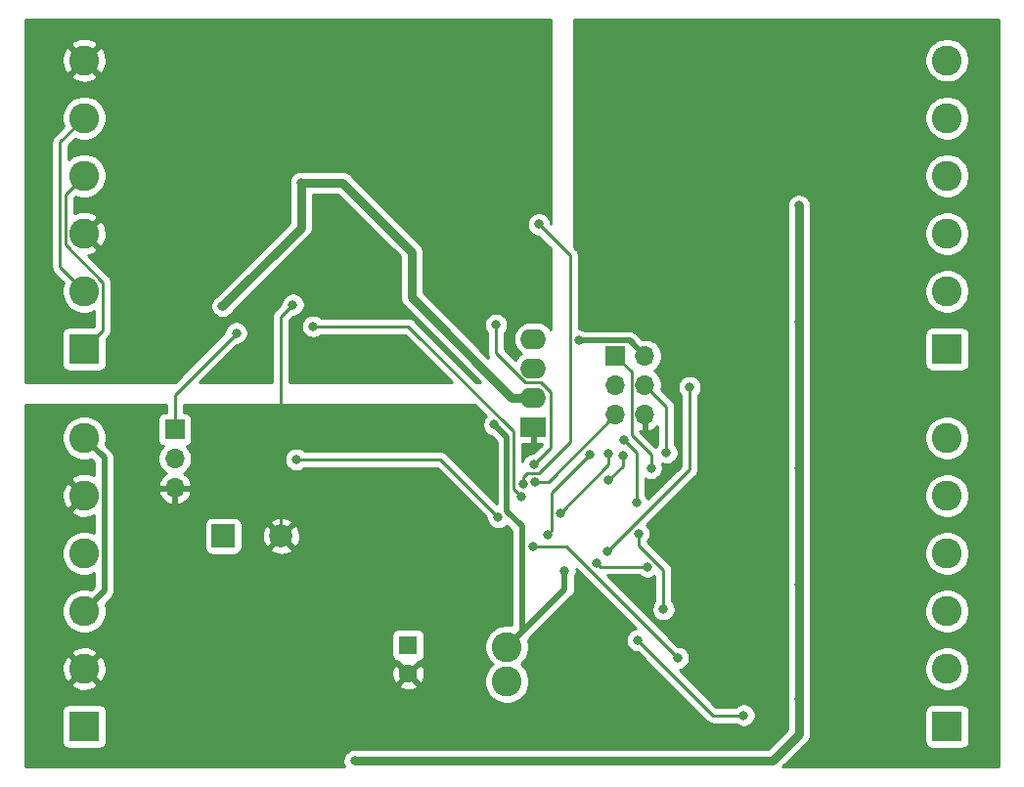
<source format=gbr>
%TF.GenerationSoftware,KiCad,Pcbnew,(5.1.8)-1*%
%TF.CreationDate,2021-05-16T23:23:04+02:00*%
%TF.ProjectId,Modbus,4d6f6462-7573-42e6-9b69-6361645f7063,rev?*%
%TF.SameCoordinates,Original*%
%TF.FileFunction,Copper,L2,Bot*%
%TF.FilePolarity,Positive*%
%FSLAX46Y46*%
G04 Gerber Fmt 4.6, Leading zero omitted, Abs format (unit mm)*
G04 Created by KiCad (PCBNEW (5.1.8)-1) date 2021-05-16 23:23:04*
%MOMM*%
%LPD*%
G01*
G04 APERTURE LIST*
%TA.AperFunction,ComponentPad*%
%ADD10R,2.000000X2.000000*%
%TD*%
%TA.AperFunction,ComponentPad*%
%ADD11C,2.000000*%
%TD*%
%TA.AperFunction,ComponentPad*%
%ADD12R,1.600000X1.600000*%
%TD*%
%TA.AperFunction,ComponentPad*%
%ADD13C,1.600000*%
%TD*%
%TA.AperFunction,ComponentPad*%
%ADD14C,2.600000*%
%TD*%
%TA.AperFunction,ComponentPad*%
%ADD15R,2.600000X2.600000*%
%TD*%
%TA.AperFunction,ComponentPad*%
%ADD16R,1.700000X1.700000*%
%TD*%
%TA.AperFunction,ComponentPad*%
%ADD17O,1.700000X1.700000*%
%TD*%
%TA.AperFunction,ComponentPad*%
%ADD18O,2.250000X1.750000*%
%TD*%
%TA.AperFunction,ComponentPad*%
%ADD19R,2.250000X1.750000*%
%TD*%
%TA.AperFunction,ViaPad*%
%ADD20C,0.800000*%
%TD*%
%TA.AperFunction,Conductor*%
%ADD21C,0.750000*%
%TD*%
%TA.AperFunction,Conductor*%
%ADD22C,0.500000*%
%TD*%
%TA.AperFunction,Conductor*%
%ADD23C,0.250000*%
%TD*%
%TA.AperFunction,Conductor*%
%ADD24C,0.254000*%
%TD*%
%TA.AperFunction,Conductor*%
%ADD25C,0.100000*%
%TD*%
G04 APERTURE END LIST*
D10*
%TO.P,C7,1*%
%TO.N,+12V*%
X110350000Y-104500000D03*
D11*
%TO.P,C7,2*%
%TO.N,GND*%
X115350000Y-104500000D03*
%TD*%
D12*
%TO.P,C8,1*%
%TO.N,+5V*%
X126350000Y-113950000D03*
D13*
%TO.P,C8,2*%
%TO.N,GND*%
X126350000Y-116450000D03*
%TD*%
D14*
%TO.P,J1,6*%
%TO.N,/SW3_IN*%
X173000000Y-96000000D03*
%TO.P,J1,5*%
%TO.N,/SW3_OUT*%
X173000000Y-101000000D03*
%TO.P,J1,4*%
%TO.N,/SW2_IN*%
X173000000Y-106000000D03*
%TO.P,J1,3*%
%TO.N,/SW2_OUT*%
X173000000Y-111000000D03*
%TO.P,J1,2*%
%TO.N,/SW1_IN*%
X173000000Y-116000000D03*
D15*
%TO.P,J1,1*%
%TO.N,/SW1_OUT*%
X173000000Y-121000000D03*
%TD*%
%TO.P,J2,1*%
%TO.N,/SW4_OUT*%
X173000000Y-88300000D03*
D14*
%TO.P,J2,2*%
%TO.N,/SW4_IN*%
X173000000Y-83300000D03*
%TO.P,J2,3*%
%TO.N,/SW5_OUT*%
X173000000Y-78300000D03*
%TO.P,J2,4*%
%TO.N,/SW5_IN*%
X173000000Y-73300000D03*
%TO.P,J2,5*%
%TO.N,/Sensor1*%
X173000000Y-68300000D03*
%TO.P,J2,6*%
%TO.N,/Sensor2*%
X173000000Y-63300000D03*
%TD*%
%TO.P,J3,6*%
%TO.N,+5V*%
X98300000Y-96000000D03*
%TO.P,J3,5*%
%TO.N,GND*%
X98300000Y-101000000D03*
%TO.P,J3,4*%
%TO.N,+12V*%
X98300000Y-106000000D03*
%TO.P,J3,3*%
%TO.N,+5V*%
X98300000Y-111000000D03*
%TO.P,J3,2*%
%TO.N,GND*%
X98300000Y-116000000D03*
D15*
%TO.P,J3,1*%
%TO.N,+12V*%
X98300000Y-121000000D03*
%TD*%
D16*
%TO.P,ICSP,1*%
%TO.N,/Arduino/MISO*%
X144310000Y-88910000D03*
D17*
%TO.P,ICSP,2*%
%TO.N,+5V*%
X146850000Y-88910000D03*
%TO.P,ICSP,3*%
%TO.N,/Arduino/SCK*%
X144310000Y-91450000D03*
%TO.P,ICSP,4*%
%TO.N,/Arduino/MOSI*%
X146850000Y-91450000D03*
%TO.P,ICSP,5*%
%TO.N,/Arduino/RST*%
X144310000Y-93990000D03*
%TO.P,ICSP,6*%
%TO.N,GND*%
X146850000Y-93990000D03*
%TD*%
D16*
%TO.P,J5,1*%
%TO.N,/Arduino/RX*%
X106150000Y-95270000D03*
D17*
%TO.P,J5,2*%
%TO.N,/Arduino/TX*%
X106150000Y-97810000D03*
%TO.P,J5,3*%
%TO.N,GND*%
X106150000Y-100350000D03*
%TD*%
D15*
%TO.P,J6,1*%
%TO.N,/MB_A*%
X98300000Y-88300000D03*
D14*
%TO.P,J6,2*%
%TO.N,/MB_B*%
X98300000Y-83300000D03*
%TO.P,J6,3*%
%TO.N,GND2*%
X98300000Y-78300000D03*
%TO.P,J6,4*%
%TO.N,/MB_A*%
X98300000Y-73300000D03*
%TO.P,J6,5*%
%TO.N,/MB_B*%
X98300000Y-68300000D03*
%TO.P,J6,6*%
%TO.N,GND2*%
X98300000Y-63300000D03*
%TD*%
%TO.P,L1,1*%
%TO.N,Net-(D2-Pad1)*%
X134900000Y-117100000D03*
%TO.P,L1,2*%
%TO.N,+5V*%
X134900000Y-114100000D03*
%TD*%
D18*
%TO.P,PS1,4*%
%TO.N,+5VL*%
X137200000Y-87430000D03*
%TO.P,PS1,3*%
%TO.N,GND2*%
X137200000Y-89970000D03*
%TO.P,PS1,2*%
%TO.N,+5V*%
X137200000Y-92510000D03*
D19*
%TO.P,PS1,1*%
%TO.N,GND*%
X137200000Y-95050000D03*
%TD*%
D20*
%TO.N,+5V*%
X126640000Y-79890000D03*
X117080000Y-73910000D03*
X110270000Y-84580000D03*
X139900000Y-107500000D03*
X133800000Y-94850000D03*
X141124979Y-87577439D03*
%TO.N,GND*%
X116370000Y-84460000D03*
X133700000Y-98325000D03*
X155275000Y-116325000D03*
X153300000Y-98900000D03*
X154700000Y-86400000D03*
X154375000Y-76400000D03*
X133325000Y-107500000D03*
X153875000Y-108725000D03*
%TO.N,GND2*%
X107720000Y-70578063D03*
X122280000Y-84510000D03*
X122180000Y-77220000D03*
X108780000Y-84430000D03*
%TO.N,+12V*%
X121725000Y-123975000D03*
X160175000Y-75900000D03*
X160175000Y-85950000D03*
X160175000Y-98625000D03*
X160175000Y-108700000D03*
X160175000Y-118625000D03*
%TO.N,/Arduino/SCK*%
X145075000Y-96225000D03*
X146100000Y-101575000D03*
X148450000Y-110850000D03*
X146300000Y-104275000D03*
%TO.N,/Sensor1*%
X143700000Y-97375000D03*
X139525000Y-102500000D03*
%TO.N,/Sensor2*%
X142075000Y-97475000D03*
X138400000Y-104400000D03*
%TO.N,/Arduino/MISO*%
X147368365Y-98618365D03*
%TO.N,/Arduino/MOSI*%
X148705865Y-97280865D03*
%TO.N,/Arduino/RST*%
X137375000Y-99800000D03*
%TO.N,/Arduino/RX*%
X118130000Y-86340000D03*
X136167479Y-101109772D03*
X111475000Y-86925000D03*
%TO.N,/Arduino/TX*%
X137670000Y-77500000D03*
X136316040Y-100003455D03*
X134150000Y-102875000D03*
X116675000Y-97875000D03*
%TO.N,/Arduino/DE*%
X133950000Y-86200000D03*
X137225000Y-98325000D03*
%TO.N,/12V Wandler/SW3_5V_IN*%
X147075000Y-107150000D03*
X142665262Y-106815261D03*
%TO.N,/12V Wandler/SW1_5V_IN*%
X149675000Y-115050000D03*
X137150000Y-105450010D03*
%TO.N,/12V Wandler/SW1_5V_OUT*%
X155400000Y-120025000D03*
X146225000Y-113525000D03*
%TO.N,/12V Wandler/SW5_5V_OUT*%
X143640262Y-105840262D03*
X150725000Y-91600000D03*
%TO.N,/12V Wandler/SW5_5V_IN*%
X143725000Y-99675000D03*
X144947407Y-97497407D03*
%TD*%
D21*
%TO.N,+5V*%
X120660000Y-73910000D02*
X117080000Y-73910000D01*
X126640000Y-79890000D02*
X120660000Y-73910000D01*
X117080000Y-77770000D02*
X110270000Y-84580000D01*
X117080000Y-73910000D02*
X117080000Y-77770000D01*
X126640000Y-83825000D02*
X126640000Y-79890000D01*
X137200000Y-92510000D02*
X135325000Y-92510000D01*
X135325000Y-92510000D02*
X126640000Y-83825000D01*
D22*
X139900000Y-109100000D02*
X139900000Y-107500000D01*
X134900000Y-114100000D02*
X139900000Y-109100000D01*
X146850000Y-88910000D02*
X145517439Y-87577439D01*
X145517439Y-87577439D02*
X141124979Y-87577439D01*
X134900000Y-114100000D02*
X136199999Y-112800001D01*
X136199999Y-103666997D02*
X134900000Y-102366998D01*
X136199999Y-112800001D02*
X136199999Y-103666997D01*
X134900000Y-102366998D02*
X134900000Y-95950000D01*
X134900000Y-95950000D02*
X133800000Y-94850000D01*
X100050001Y-97750001D02*
X98300000Y-96000000D01*
X100050001Y-109249999D02*
X100050001Y-97750001D01*
X98300000Y-111000000D02*
X100050001Y-109249999D01*
D23*
%TO.N,GND*%
X115350000Y-85480000D02*
X115350000Y-104500000D01*
X116370000Y-84460000D02*
X115350000Y-85480000D01*
D21*
%TO.N,+12V*%
X121725000Y-123975000D02*
X157875000Y-123975000D01*
X157875000Y-123975000D02*
X160175000Y-121675000D01*
X160175000Y-85950000D02*
X160175000Y-75900000D01*
X160175000Y-98625000D02*
X160175000Y-85950000D01*
X160175000Y-108700000D02*
X160175000Y-98625000D01*
X160175000Y-118625000D02*
X160175000Y-108700000D01*
X160175000Y-121675000D02*
X160175000Y-118625000D01*
D23*
%TO.N,/Arduino/SCK*%
X146100000Y-97250000D02*
X146100000Y-101575000D01*
X145075000Y-96225000D02*
X146100000Y-97250000D01*
X146300000Y-105301998D02*
X146300000Y-104275000D01*
X148450000Y-110850000D02*
X148450000Y-107451998D01*
X148450000Y-107451998D02*
X146300000Y-105301998D01*
%TO.N,/Sensor1*%
X143700000Y-97375000D02*
X143700000Y-98325000D01*
X143700000Y-98325000D02*
X139525000Y-102500000D01*
%TO.N,/Sensor2*%
X142075000Y-97475000D02*
X138800000Y-100750000D01*
X138800000Y-100750000D02*
X138800000Y-103875000D01*
X138800000Y-104000000D02*
X138400000Y-104400000D01*
X138800000Y-103875000D02*
X138800000Y-104000000D01*
%TO.N,/Arduino/MISO*%
X147368365Y-97445363D02*
X147368365Y-98618365D01*
X145674999Y-95751997D02*
X147368365Y-97445363D01*
X145674999Y-90274999D02*
X145674999Y-95751997D01*
X144310000Y-88910000D02*
X145674999Y-90274999D01*
%TO.N,/Arduino/MOSI*%
X146850000Y-91450000D02*
X148705865Y-93305865D01*
X148705865Y-93305865D02*
X148705865Y-97280865D01*
%TO.N,/Arduino/RST*%
X138500000Y-99800000D02*
X144310000Y-93990000D01*
X137375000Y-99800000D02*
X138500000Y-99800000D01*
%TO.N,/Arduino/RX*%
X118130000Y-86340000D02*
X126363004Y-86340000D01*
X126363004Y-86340000D02*
X135475011Y-95452007D01*
X135475011Y-95452007D02*
X135475011Y-100417304D01*
X135475011Y-100417304D02*
X136167479Y-101109772D01*
X106150000Y-92250000D02*
X106150000Y-95270000D01*
X111475000Y-86925000D02*
X106150000Y-92250000D01*
%TO.N,/Arduino/TX*%
X136678811Y-99074999D02*
X136316040Y-99437770D01*
X137673001Y-99074999D02*
X136678811Y-99074999D01*
X140390000Y-96358000D02*
X137673001Y-99074999D01*
X136316040Y-99437770D02*
X136316040Y-100003455D01*
X137670000Y-77500000D02*
X140390000Y-80220000D01*
X140390000Y-80220000D02*
X140390000Y-96358000D01*
X129150000Y-97875000D02*
X116675000Y-97875000D01*
X134150000Y-102875000D02*
X129150000Y-97875000D01*
%TO.N,/MB_A*%
X99925001Y-86674999D02*
X98300000Y-88300000D01*
X99925001Y-82519999D02*
X99925001Y-86674999D01*
X96674999Y-79269997D02*
X99925001Y-82519999D01*
X98300000Y-73300000D02*
X96674999Y-74925001D01*
X96674999Y-74925001D02*
X96674999Y-79269997D01*
%TO.N,/MB_B*%
X96224988Y-81224988D02*
X98300000Y-83300000D01*
X98300000Y-68300000D02*
X96224988Y-70375012D01*
X96224988Y-70375012D02*
X96224988Y-81224988D01*
%TO.N,/Arduino/DE*%
X138650001Y-96899999D02*
X137225000Y-98325000D01*
X138650001Y-92012931D02*
X138650001Y-96899999D01*
X136452940Y-91170010D02*
X137807080Y-91170010D01*
X133950000Y-88667070D02*
X136452940Y-91170010D01*
X137807080Y-91170010D02*
X138650001Y-92012931D01*
X133950000Y-86200000D02*
X133950000Y-88667070D01*
%TO.N,/12V Wandler/SW3_5V_IN*%
X147075000Y-107150000D02*
X143000001Y-107150000D01*
X143000001Y-107150000D02*
X142665262Y-106815261D01*
%TO.N,/12V Wandler/SW1_5V_IN*%
X149675000Y-115050000D02*
X140075010Y-105450010D01*
X140075010Y-105450010D02*
X137150000Y-105450010D01*
%TO.N,/12V Wandler/SW1_5V_OUT*%
X152725000Y-120025000D02*
X146225000Y-113525000D01*
X155400000Y-120025000D02*
X152725000Y-120025000D01*
%TO.N,/12V Wandler/SW5_5V_OUT*%
X143640262Y-105840262D02*
X150725000Y-98755524D01*
X150725000Y-98755524D02*
X150725000Y-91600000D01*
%TO.N,/12V Wandler/SW5_5V_IN*%
X144947407Y-98452593D02*
X144947407Y-97497407D01*
X143725000Y-99675000D02*
X144947407Y-98452593D01*
%TD*%
D24*
%TO.N,GND2*%
X138723000Y-77478199D02*
X138705000Y-77460199D01*
X138705000Y-77398061D01*
X138665226Y-77198102D01*
X138587205Y-77009744D01*
X138473937Y-76840226D01*
X138329774Y-76696063D01*
X138160256Y-76582795D01*
X137971898Y-76504774D01*
X137771939Y-76465000D01*
X137568061Y-76465000D01*
X137368102Y-76504774D01*
X137179744Y-76582795D01*
X137010226Y-76696063D01*
X136866063Y-76840226D01*
X136752795Y-77009744D01*
X136674774Y-77198102D01*
X136635000Y-77398061D01*
X136635000Y-77601939D01*
X136674774Y-77801898D01*
X136752795Y-77990256D01*
X136866063Y-78159774D01*
X137010226Y-78303937D01*
X137179744Y-78417205D01*
X137368102Y-78495226D01*
X137568061Y-78535000D01*
X137630199Y-78535000D01*
X138723000Y-79627801D01*
X138723000Y-86608369D01*
X138711594Y-86587030D01*
X138522897Y-86357103D01*
X138292970Y-86168406D01*
X138030648Y-86028192D01*
X137746012Y-85941849D01*
X137524178Y-85920000D01*
X136875822Y-85920000D01*
X136653988Y-85941849D01*
X136369352Y-86028192D01*
X136107030Y-86168406D01*
X135877103Y-86357103D01*
X135688406Y-86587030D01*
X135548192Y-86849352D01*
X135461849Y-87133988D01*
X135432694Y-87430000D01*
X135461849Y-87726012D01*
X135548192Y-88010648D01*
X135688406Y-88272970D01*
X135877103Y-88502897D01*
X136107030Y-88691594D01*
X136125548Y-88701492D01*
X136011831Y-88773893D01*
X135796509Y-88979904D01*
X135625515Y-89223963D01*
X135612118Y-89254387D01*
X134710000Y-88352269D01*
X134710000Y-86903711D01*
X134753937Y-86859774D01*
X134867205Y-86690256D01*
X134945226Y-86501898D01*
X134985000Y-86301939D01*
X134985000Y-86098061D01*
X134945226Y-85898102D01*
X134867205Y-85709744D01*
X134753937Y-85540226D01*
X134609774Y-85396063D01*
X134440256Y-85282795D01*
X134251898Y-85204774D01*
X134051939Y-85165000D01*
X133848061Y-85165000D01*
X133648102Y-85204774D01*
X133459744Y-85282795D01*
X133290226Y-85396063D01*
X133146063Y-85540226D01*
X133032795Y-85709744D01*
X132954774Y-85898102D01*
X132915000Y-86098061D01*
X132915000Y-86301939D01*
X132954774Y-86501898D01*
X133032795Y-86690256D01*
X133146063Y-86859774D01*
X133190000Y-86903711D01*
X133190001Y-88629738D01*
X133186324Y-88667070D01*
X133200998Y-88816055D01*
X133244454Y-88959316D01*
X133292432Y-89049077D01*
X127650000Y-83406645D01*
X127650000Y-80117623D01*
X127675000Y-79991939D01*
X127675000Y-79788061D01*
X127635226Y-79588102D01*
X127557205Y-79399744D01*
X127443937Y-79230226D01*
X127299774Y-79086063D01*
X127193223Y-79014868D01*
X121409261Y-73230906D01*
X121377633Y-73192367D01*
X121223840Y-73066153D01*
X121048380Y-72972368D01*
X120857994Y-72914615D01*
X120709608Y-72900000D01*
X120660000Y-72895114D01*
X120610392Y-72900000D01*
X117307623Y-72900000D01*
X117181939Y-72875000D01*
X116978061Y-72875000D01*
X116778102Y-72914774D01*
X116589744Y-72992795D01*
X116420226Y-73106063D01*
X116276063Y-73250226D01*
X116162795Y-73419744D01*
X116084774Y-73608102D01*
X116045000Y-73808061D01*
X116045000Y-74011939D01*
X116070000Y-74137624D01*
X116070001Y-77351644D01*
X109716777Y-83704868D01*
X109610226Y-83776063D01*
X109466063Y-83920226D01*
X109352795Y-84089744D01*
X109274774Y-84278102D01*
X109235000Y-84478061D01*
X109235000Y-84681939D01*
X109274774Y-84881898D01*
X109352795Y-85070256D01*
X109466063Y-85239774D01*
X109610226Y-85383937D01*
X109779744Y-85497205D01*
X109968102Y-85575226D01*
X110168061Y-85615000D01*
X110371939Y-85615000D01*
X110571898Y-85575226D01*
X110760256Y-85497205D01*
X110929774Y-85383937D01*
X111073937Y-85239774D01*
X111145132Y-85133223D01*
X117759094Y-78519261D01*
X117797633Y-78487633D01*
X117923847Y-78333840D01*
X118017632Y-78158380D01*
X118075385Y-77967994D01*
X118090000Y-77819608D01*
X118090000Y-77819606D01*
X118094886Y-77770001D01*
X118090000Y-77720396D01*
X118090000Y-74920000D01*
X120241645Y-74920000D01*
X125630001Y-80308356D01*
X125630000Y-83775392D01*
X125625114Y-83825000D01*
X125644615Y-84022994D01*
X125656956Y-84063676D01*
X125702368Y-84213379D01*
X125796153Y-84388840D01*
X125922367Y-84542633D01*
X125960906Y-84574261D01*
X132559644Y-91173000D01*
X132270806Y-91173000D01*
X126926808Y-85829003D01*
X126903005Y-85799999D01*
X126787280Y-85705026D01*
X126655251Y-85634454D01*
X126511990Y-85590997D01*
X126400337Y-85580000D01*
X126400326Y-85580000D01*
X126363004Y-85576324D01*
X126325682Y-85580000D01*
X118833711Y-85580000D01*
X118789774Y-85536063D01*
X118620256Y-85422795D01*
X118431898Y-85344774D01*
X118231939Y-85305000D01*
X118028061Y-85305000D01*
X117828102Y-85344774D01*
X117639744Y-85422795D01*
X117470226Y-85536063D01*
X117326063Y-85680226D01*
X117212795Y-85849744D01*
X117134774Y-86038102D01*
X117095000Y-86238061D01*
X117095000Y-86441939D01*
X117134774Y-86641898D01*
X117212795Y-86830256D01*
X117326063Y-86999774D01*
X117470226Y-87143937D01*
X117639744Y-87257205D01*
X117828102Y-87335226D01*
X118028061Y-87375000D01*
X118231939Y-87375000D01*
X118431898Y-87335226D01*
X118620256Y-87257205D01*
X118789774Y-87143937D01*
X118833711Y-87100000D01*
X126048203Y-87100000D01*
X130121203Y-91173000D01*
X116110000Y-91173000D01*
X116110000Y-85794801D01*
X116409802Y-85495000D01*
X116471939Y-85495000D01*
X116671898Y-85455226D01*
X116860256Y-85377205D01*
X117029774Y-85263937D01*
X117173937Y-85119774D01*
X117287205Y-84950256D01*
X117365226Y-84761898D01*
X117405000Y-84561939D01*
X117405000Y-84358061D01*
X117365226Y-84158102D01*
X117287205Y-83969744D01*
X117173937Y-83800226D01*
X117029774Y-83656063D01*
X116860256Y-83542795D01*
X116671898Y-83464774D01*
X116471939Y-83425000D01*
X116268061Y-83425000D01*
X116068102Y-83464774D01*
X115879744Y-83542795D01*
X115710226Y-83656063D01*
X115566063Y-83800226D01*
X115452795Y-83969744D01*
X115374774Y-84158102D01*
X115335000Y-84358061D01*
X115335000Y-84420198D01*
X114839002Y-84916196D01*
X114809999Y-84939999D01*
X114754871Y-85007174D01*
X114715026Y-85055724D01*
X114667927Y-85143840D01*
X114644454Y-85187754D01*
X114600997Y-85331015D01*
X114590000Y-85442668D01*
X114590000Y-85442678D01*
X114586324Y-85480000D01*
X114590000Y-85517322D01*
X114590000Y-91173000D01*
X108301801Y-91173000D01*
X111514802Y-87960000D01*
X111576939Y-87960000D01*
X111776898Y-87920226D01*
X111965256Y-87842205D01*
X112134774Y-87728937D01*
X112278937Y-87584774D01*
X112392205Y-87415256D01*
X112470226Y-87226898D01*
X112510000Y-87026939D01*
X112510000Y-86823061D01*
X112470226Y-86623102D01*
X112392205Y-86434744D01*
X112278937Y-86265226D01*
X112134774Y-86121063D01*
X111965256Y-86007795D01*
X111776898Y-85929774D01*
X111576939Y-85890000D01*
X111373061Y-85890000D01*
X111173102Y-85929774D01*
X110984744Y-86007795D01*
X110815226Y-86121063D01*
X110671063Y-86265226D01*
X110557795Y-86434744D01*
X110479774Y-86623102D01*
X110440000Y-86823061D01*
X110440000Y-86885198D01*
X106152199Y-91173000D01*
X93260000Y-91173000D01*
X93260000Y-70375012D01*
X95461312Y-70375012D01*
X95464988Y-70412334D01*
X95464989Y-81187656D01*
X95461312Y-81224988D01*
X95475986Y-81373973D01*
X95519442Y-81517234D01*
X95590014Y-81649264D01*
X95661189Y-81735990D01*
X95684988Y-81764989D01*
X95713986Y-81788787D01*
X96504213Y-82579014D01*
X96439361Y-82735581D01*
X96365000Y-83109419D01*
X96365000Y-83490581D01*
X96439361Y-83864419D01*
X96585225Y-84216566D01*
X96796987Y-84533491D01*
X97066509Y-84803013D01*
X97383434Y-85014775D01*
X97735581Y-85160639D01*
X98109419Y-85235000D01*
X98490581Y-85235000D01*
X98864419Y-85160639D01*
X99165002Y-85036134D01*
X99165002Y-86360195D01*
X99163269Y-86361928D01*
X97000000Y-86361928D01*
X96875518Y-86374188D01*
X96755820Y-86410498D01*
X96645506Y-86469463D01*
X96548815Y-86548815D01*
X96469463Y-86645506D01*
X96410498Y-86755820D01*
X96374188Y-86875518D01*
X96361928Y-87000000D01*
X96361928Y-89600000D01*
X96374188Y-89724482D01*
X96410498Y-89844180D01*
X96469463Y-89954494D01*
X96548815Y-90051185D01*
X96645506Y-90130537D01*
X96755820Y-90189502D01*
X96875518Y-90225812D01*
X97000000Y-90238072D01*
X99600000Y-90238072D01*
X99724482Y-90225812D01*
X99844180Y-90189502D01*
X99954494Y-90130537D01*
X100051185Y-90051185D01*
X100130537Y-89954494D01*
X100189502Y-89844180D01*
X100225812Y-89724482D01*
X100238072Y-89600000D01*
X100238072Y-87436731D01*
X100436009Y-87238794D01*
X100465002Y-87215000D01*
X100488796Y-87186007D01*
X100488800Y-87186003D01*
X100559974Y-87099276D01*
X100559975Y-87099275D01*
X100630547Y-86967246D01*
X100674004Y-86823985D01*
X100685001Y-86712332D01*
X100685001Y-86712323D01*
X100688677Y-86675000D01*
X100685001Y-86637677D01*
X100685001Y-82557322D01*
X100688677Y-82519999D01*
X100685001Y-82482676D01*
X100685001Y-82482666D01*
X100674004Y-82371013D01*
X100630547Y-82227752D01*
X100559976Y-82095724D01*
X100559975Y-82095722D01*
X100488800Y-82008996D01*
X100465002Y-81979998D01*
X100436005Y-81956201D01*
X98682111Y-80202308D01*
X98728951Y-80196457D01*
X99090690Y-80076333D01*
X99337683Y-79944312D01*
X99469619Y-79649224D01*
X98300000Y-78479605D01*
X98285858Y-78493748D01*
X98106253Y-78314143D01*
X98120395Y-78300000D01*
X98479605Y-78300000D01*
X99649224Y-79469619D01*
X99944312Y-79337683D01*
X100115159Y-78996955D01*
X100216250Y-78629443D01*
X100243701Y-78249271D01*
X100196457Y-77871049D01*
X100076333Y-77509310D01*
X99944312Y-77262317D01*
X99649224Y-77130381D01*
X98479605Y-78300000D01*
X98120395Y-78300000D01*
X98106253Y-78285858D01*
X98285858Y-78106253D01*
X98300000Y-78120395D01*
X99469619Y-76950776D01*
X99337683Y-76655688D01*
X98996955Y-76484841D01*
X98629443Y-76383750D01*
X98249271Y-76356299D01*
X97871049Y-76403543D01*
X97509310Y-76523667D01*
X97434999Y-76563387D01*
X97434999Y-75239802D01*
X97579014Y-75095787D01*
X97735581Y-75160639D01*
X98109419Y-75235000D01*
X98490581Y-75235000D01*
X98864419Y-75160639D01*
X99216566Y-75014775D01*
X99533491Y-74803013D01*
X99803013Y-74533491D01*
X100014775Y-74216566D01*
X100160639Y-73864419D01*
X100235000Y-73490581D01*
X100235000Y-73109419D01*
X100160639Y-72735581D01*
X100014775Y-72383434D01*
X99803013Y-72066509D01*
X99533491Y-71796987D01*
X99216566Y-71585225D01*
X98864419Y-71439361D01*
X98490581Y-71365000D01*
X98109419Y-71365000D01*
X97735581Y-71439361D01*
X97383434Y-71585225D01*
X97066509Y-71796987D01*
X96984988Y-71878508D01*
X96984988Y-70689813D01*
X97579014Y-70095787D01*
X97735581Y-70160639D01*
X98109419Y-70235000D01*
X98490581Y-70235000D01*
X98864419Y-70160639D01*
X99216566Y-70014775D01*
X99533491Y-69803013D01*
X99803013Y-69533491D01*
X100014775Y-69216566D01*
X100160639Y-68864419D01*
X100235000Y-68490581D01*
X100235000Y-68109419D01*
X100160639Y-67735581D01*
X100014775Y-67383434D01*
X99803013Y-67066509D01*
X99533491Y-66796987D01*
X99216566Y-66585225D01*
X98864419Y-66439361D01*
X98490581Y-66365000D01*
X98109419Y-66365000D01*
X97735581Y-66439361D01*
X97383434Y-66585225D01*
X97066509Y-66796987D01*
X96796987Y-67066509D01*
X96585225Y-67383434D01*
X96439361Y-67735581D01*
X96365000Y-68109419D01*
X96365000Y-68490581D01*
X96439361Y-68864419D01*
X96504213Y-69020986D01*
X95713991Y-69811208D01*
X95684987Y-69835011D01*
X95629859Y-69902186D01*
X95590014Y-69950736D01*
X95555784Y-70014775D01*
X95519442Y-70082766D01*
X95475985Y-70226027D01*
X95464988Y-70337680D01*
X95464988Y-70337690D01*
X95461312Y-70375012D01*
X93260000Y-70375012D01*
X93260000Y-64649224D01*
X97130381Y-64649224D01*
X97262317Y-64944312D01*
X97603045Y-65115159D01*
X97970557Y-65216250D01*
X98350729Y-65243701D01*
X98728951Y-65196457D01*
X99090690Y-65076333D01*
X99337683Y-64944312D01*
X99469619Y-64649224D01*
X98300000Y-63479605D01*
X97130381Y-64649224D01*
X93260000Y-64649224D01*
X93260000Y-63350729D01*
X96356299Y-63350729D01*
X96403543Y-63728951D01*
X96523667Y-64090690D01*
X96655688Y-64337683D01*
X96950776Y-64469619D01*
X98120395Y-63300000D01*
X98479605Y-63300000D01*
X99649224Y-64469619D01*
X99944312Y-64337683D01*
X100115159Y-63996955D01*
X100216250Y-63629443D01*
X100243701Y-63249271D01*
X100196457Y-62871049D01*
X100076333Y-62509310D01*
X99944312Y-62262317D01*
X99649224Y-62130381D01*
X98479605Y-63300000D01*
X98120395Y-63300000D01*
X96950776Y-62130381D01*
X96655688Y-62262317D01*
X96484841Y-62603045D01*
X96383750Y-62970557D01*
X96356299Y-63350729D01*
X93260000Y-63350729D01*
X93260000Y-61950776D01*
X97130381Y-61950776D01*
X98300000Y-63120395D01*
X99469619Y-61950776D01*
X99337683Y-61655688D01*
X98996955Y-61484841D01*
X98629443Y-61383750D01*
X98249271Y-61356299D01*
X97871049Y-61403543D01*
X97509310Y-61523667D01*
X97262317Y-61655688D01*
X97130381Y-61950776D01*
X93260000Y-61950776D01*
X93260000Y-59810000D01*
X138723000Y-59810000D01*
X138723000Y-77478199D01*
%TA.AperFunction,Conductor*%
D25*
G36*
X138723000Y-77478199D02*
G01*
X138705000Y-77460199D01*
X138705000Y-77398061D01*
X138665226Y-77198102D01*
X138587205Y-77009744D01*
X138473937Y-76840226D01*
X138329774Y-76696063D01*
X138160256Y-76582795D01*
X137971898Y-76504774D01*
X137771939Y-76465000D01*
X137568061Y-76465000D01*
X137368102Y-76504774D01*
X137179744Y-76582795D01*
X137010226Y-76696063D01*
X136866063Y-76840226D01*
X136752795Y-77009744D01*
X136674774Y-77198102D01*
X136635000Y-77398061D01*
X136635000Y-77601939D01*
X136674774Y-77801898D01*
X136752795Y-77990256D01*
X136866063Y-78159774D01*
X137010226Y-78303937D01*
X137179744Y-78417205D01*
X137368102Y-78495226D01*
X137568061Y-78535000D01*
X137630199Y-78535000D01*
X138723000Y-79627801D01*
X138723000Y-86608369D01*
X138711594Y-86587030D01*
X138522897Y-86357103D01*
X138292970Y-86168406D01*
X138030648Y-86028192D01*
X137746012Y-85941849D01*
X137524178Y-85920000D01*
X136875822Y-85920000D01*
X136653988Y-85941849D01*
X136369352Y-86028192D01*
X136107030Y-86168406D01*
X135877103Y-86357103D01*
X135688406Y-86587030D01*
X135548192Y-86849352D01*
X135461849Y-87133988D01*
X135432694Y-87430000D01*
X135461849Y-87726012D01*
X135548192Y-88010648D01*
X135688406Y-88272970D01*
X135877103Y-88502897D01*
X136107030Y-88691594D01*
X136125548Y-88701492D01*
X136011831Y-88773893D01*
X135796509Y-88979904D01*
X135625515Y-89223963D01*
X135612118Y-89254387D01*
X134710000Y-88352269D01*
X134710000Y-86903711D01*
X134753937Y-86859774D01*
X134867205Y-86690256D01*
X134945226Y-86501898D01*
X134985000Y-86301939D01*
X134985000Y-86098061D01*
X134945226Y-85898102D01*
X134867205Y-85709744D01*
X134753937Y-85540226D01*
X134609774Y-85396063D01*
X134440256Y-85282795D01*
X134251898Y-85204774D01*
X134051939Y-85165000D01*
X133848061Y-85165000D01*
X133648102Y-85204774D01*
X133459744Y-85282795D01*
X133290226Y-85396063D01*
X133146063Y-85540226D01*
X133032795Y-85709744D01*
X132954774Y-85898102D01*
X132915000Y-86098061D01*
X132915000Y-86301939D01*
X132954774Y-86501898D01*
X133032795Y-86690256D01*
X133146063Y-86859774D01*
X133190000Y-86903711D01*
X133190001Y-88629738D01*
X133186324Y-88667070D01*
X133200998Y-88816055D01*
X133244454Y-88959316D01*
X133292432Y-89049077D01*
X127650000Y-83406645D01*
X127650000Y-80117623D01*
X127675000Y-79991939D01*
X127675000Y-79788061D01*
X127635226Y-79588102D01*
X127557205Y-79399744D01*
X127443937Y-79230226D01*
X127299774Y-79086063D01*
X127193223Y-79014868D01*
X121409261Y-73230906D01*
X121377633Y-73192367D01*
X121223840Y-73066153D01*
X121048380Y-72972368D01*
X120857994Y-72914615D01*
X120709608Y-72900000D01*
X120660000Y-72895114D01*
X120610392Y-72900000D01*
X117307623Y-72900000D01*
X117181939Y-72875000D01*
X116978061Y-72875000D01*
X116778102Y-72914774D01*
X116589744Y-72992795D01*
X116420226Y-73106063D01*
X116276063Y-73250226D01*
X116162795Y-73419744D01*
X116084774Y-73608102D01*
X116045000Y-73808061D01*
X116045000Y-74011939D01*
X116070000Y-74137624D01*
X116070001Y-77351644D01*
X109716777Y-83704868D01*
X109610226Y-83776063D01*
X109466063Y-83920226D01*
X109352795Y-84089744D01*
X109274774Y-84278102D01*
X109235000Y-84478061D01*
X109235000Y-84681939D01*
X109274774Y-84881898D01*
X109352795Y-85070256D01*
X109466063Y-85239774D01*
X109610226Y-85383937D01*
X109779744Y-85497205D01*
X109968102Y-85575226D01*
X110168061Y-85615000D01*
X110371939Y-85615000D01*
X110571898Y-85575226D01*
X110760256Y-85497205D01*
X110929774Y-85383937D01*
X111073937Y-85239774D01*
X111145132Y-85133223D01*
X117759094Y-78519261D01*
X117797633Y-78487633D01*
X117923847Y-78333840D01*
X118017632Y-78158380D01*
X118075385Y-77967994D01*
X118090000Y-77819608D01*
X118090000Y-77819606D01*
X118094886Y-77770001D01*
X118090000Y-77720396D01*
X118090000Y-74920000D01*
X120241645Y-74920000D01*
X125630001Y-80308356D01*
X125630000Y-83775392D01*
X125625114Y-83825000D01*
X125644615Y-84022994D01*
X125656956Y-84063676D01*
X125702368Y-84213379D01*
X125796153Y-84388840D01*
X125922367Y-84542633D01*
X125960906Y-84574261D01*
X132559644Y-91173000D01*
X132270806Y-91173000D01*
X126926808Y-85829003D01*
X126903005Y-85799999D01*
X126787280Y-85705026D01*
X126655251Y-85634454D01*
X126511990Y-85590997D01*
X126400337Y-85580000D01*
X126400326Y-85580000D01*
X126363004Y-85576324D01*
X126325682Y-85580000D01*
X118833711Y-85580000D01*
X118789774Y-85536063D01*
X118620256Y-85422795D01*
X118431898Y-85344774D01*
X118231939Y-85305000D01*
X118028061Y-85305000D01*
X117828102Y-85344774D01*
X117639744Y-85422795D01*
X117470226Y-85536063D01*
X117326063Y-85680226D01*
X117212795Y-85849744D01*
X117134774Y-86038102D01*
X117095000Y-86238061D01*
X117095000Y-86441939D01*
X117134774Y-86641898D01*
X117212795Y-86830256D01*
X117326063Y-86999774D01*
X117470226Y-87143937D01*
X117639744Y-87257205D01*
X117828102Y-87335226D01*
X118028061Y-87375000D01*
X118231939Y-87375000D01*
X118431898Y-87335226D01*
X118620256Y-87257205D01*
X118789774Y-87143937D01*
X118833711Y-87100000D01*
X126048203Y-87100000D01*
X130121203Y-91173000D01*
X116110000Y-91173000D01*
X116110000Y-85794801D01*
X116409802Y-85495000D01*
X116471939Y-85495000D01*
X116671898Y-85455226D01*
X116860256Y-85377205D01*
X117029774Y-85263937D01*
X117173937Y-85119774D01*
X117287205Y-84950256D01*
X117365226Y-84761898D01*
X117405000Y-84561939D01*
X117405000Y-84358061D01*
X117365226Y-84158102D01*
X117287205Y-83969744D01*
X117173937Y-83800226D01*
X117029774Y-83656063D01*
X116860256Y-83542795D01*
X116671898Y-83464774D01*
X116471939Y-83425000D01*
X116268061Y-83425000D01*
X116068102Y-83464774D01*
X115879744Y-83542795D01*
X115710226Y-83656063D01*
X115566063Y-83800226D01*
X115452795Y-83969744D01*
X115374774Y-84158102D01*
X115335000Y-84358061D01*
X115335000Y-84420198D01*
X114839002Y-84916196D01*
X114809999Y-84939999D01*
X114754871Y-85007174D01*
X114715026Y-85055724D01*
X114667927Y-85143840D01*
X114644454Y-85187754D01*
X114600997Y-85331015D01*
X114590000Y-85442668D01*
X114590000Y-85442678D01*
X114586324Y-85480000D01*
X114590000Y-85517322D01*
X114590000Y-91173000D01*
X108301801Y-91173000D01*
X111514802Y-87960000D01*
X111576939Y-87960000D01*
X111776898Y-87920226D01*
X111965256Y-87842205D01*
X112134774Y-87728937D01*
X112278937Y-87584774D01*
X112392205Y-87415256D01*
X112470226Y-87226898D01*
X112510000Y-87026939D01*
X112510000Y-86823061D01*
X112470226Y-86623102D01*
X112392205Y-86434744D01*
X112278937Y-86265226D01*
X112134774Y-86121063D01*
X111965256Y-86007795D01*
X111776898Y-85929774D01*
X111576939Y-85890000D01*
X111373061Y-85890000D01*
X111173102Y-85929774D01*
X110984744Y-86007795D01*
X110815226Y-86121063D01*
X110671063Y-86265226D01*
X110557795Y-86434744D01*
X110479774Y-86623102D01*
X110440000Y-86823061D01*
X110440000Y-86885198D01*
X106152199Y-91173000D01*
X93260000Y-91173000D01*
X93260000Y-70375012D01*
X95461312Y-70375012D01*
X95464988Y-70412334D01*
X95464989Y-81187656D01*
X95461312Y-81224988D01*
X95475986Y-81373973D01*
X95519442Y-81517234D01*
X95590014Y-81649264D01*
X95661189Y-81735990D01*
X95684988Y-81764989D01*
X95713986Y-81788787D01*
X96504213Y-82579014D01*
X96439361Y-82735581D01*
X96365000Y-83109419D01*
X96365000Y-83490581D01*
X96439361Y-83864419D01*
X96585225Y-84216566D01*
X96796987Y-84533491D01*
X97066509Y-84803013D01*
X97383434Y-85014775D01*
X97735581Y-85160639D01*
X98109419Y-85235000D01*
X98490581Y-85235000D01*
X98864419Y-85160639D01*
X99165002Y-85036134D01*
X99165002Y-86360195D01*
X99163269Y-86361928D01*
X97000000Y-86361928D01*
X96875518Y-86374188D01*
X96755820Y-86410498D01*
X96645506Y-86469463D01*
X96548815Y-86548815D01*
X96469463Y-86645506D01*
X96410498Y-86755820D01*
X96374188Y-86875518D01*
X96361928Y-87000000D01*
X96361928Y-89600000D01*
X96374188Y-89724482D01*
X96410498Y-89844180D01*
X96469463Y-89954494D01*
X96548815Y-90051185D01*
X96645506Y-90130537D01*
X96755820Y-90189502D01*
X96875518Y-90225812D01*
X97000000Y-90238072D01*
X99600000Y-90238072D01*
X99724482Y-90225812D01*
X99844180Y-90189502D01*
X99954494Y-90130537D01*
X100051185Y-90051185D01*
X100130537Y-89954494D01*
X100189502Y-89844180D01*
X100225812Y-89724482D01*
X100238072Y-89600000D01*
X100238072Y-87436731D01*
X100436009Y-87238794D01*
X100465002Y-87215000D01*
X100488796Y-87186007D01*
X100488800Y-87186003D01*
X100559974Y-87099276D01*
X100559975Y-87099275D01*
X100630547Y-86967246D01*
X100674004Y-86823985D01*
X100685001Y-86712332D01*
X100685001Y-86712323D01*
X100688677Y-86675000D01*
X100685001Y-86637677D01*
X100685001Y-82557322D01*
X100688677Y-82519999D01*
X100685001Y-82482676D01*
X100685001Y-82482666D01*
X100674004Y-82371013D01*
X100630547Y-82227752D01*
X100559976Y-82095724D01*
X100559975Y-82095722D01*
X100488800Y-82008996D01*
X100465002Y-81979998D01*
X100436005Y-81956201D01*
X98682111Y-80202308D01*
X98728951Y-80196457D01*
X99090690Y-80076333D01*
X99337683Y-79944312D01*
X99469619Y-79649224D01*
X98300000Y-78479605D01*
X98285858Y-78493748D01*
X98106253Y-78314143D01*
X98120395Y-78300000D01*
X98479605Y-78300000D01*
X99649224Y-79469619D01*
X99944312Y-79337683D01*
X100115159Y-78996955D01*
X100216250Y-78629443D01*
X100243701Y-78249271D01*
X100196457Y-77871049D01*
X100076333Y-77509310D01*
X99944312Y-77262317D01*
X99649224Y-77130381D01*
X98479605Y-78300000D01*
X98120395Y-78300000D01*
X98106253Y-78285858D01*
X98285858Y-78106253D01*
X98300000Y-78120395D01*
X99469619Y-76950776D01*
X99337683Y-76655688D01*
X98996955Y-76484841D01*
X98629443Y-76383750D01*
X98249271Y-76356299D01*
X97871049Y-76403543D01*
X97509310Y-76523667D01*
X97434999Y-76563387D01*
X97434999Y-75239802D01*
X97579014Y-75095787D01*
X97735581Y-75160639D01*
X98109419Y-75235000D01*
X98490581Y-75235000D01*
X98864419Y-75160639D01*
X99216566Y-75014775D01*
X99533491Y-74803013D01*
X99803013Y-74533491D01*
X100014775Y-74216566D01*
X100160639Y-73864419D01*
X100235000Y-73490581D01*
X100235000Y-73109419D01*
X100160639Y-72735581D01*
X100014775Y-72383434D01*
X99803013Y-72066509D01*
X99533491Y-71796987D01*
X99216566Y-71585225D01*
X98864419Y-71439361D01*
X98490581Y-71365000D01*
X98109419Y-71365000D01*
X97735581Y-71439361D01*
X97383434Y-71585225D01*
X97066509Y-71796987D01*
X96984988Y-71878508D01*
X96984988Y-70689813D01*
X97579014Y-70095787D01*
X97735581Y-70160639D01*
X98109419Y-70235000D01*
X98490581Y-70235000D01*
X98864419Y-70160639D01*
X99216566Y-70014775D01*
X99533491Y-69803013D01*
X99803013Y-69533491D01*
X100014775Y-69216566D01*
X100160639Y-68864419D01*
X100235000Y-68490581D01*
X100235000Y-68109419D01*
X100160639Y-67735581D01*
X100014775Y-67383434D01*
X99803013Y-67066509D01*
X99533491Y-66796987D01*
X99216566Y-66585225D01*
X98864419Y-66439361D01*
X98490581Y-66365000D01*
X98109419Y-66365000D01*
X97735581Y-66439361D01*
X97383434Y-66585225D01*
X97066509Y-66796987D01*
X96796987Y-67066509D01*
X96585225Y-67383434D01*
X96439361Y-67735581D01*
X96365000Y-68109419D01*
X96365000Y-68490581D01*
X96439361Y-68864419D01*
X96504213Y-69020986D01*
X95713991Y-69811208D01*
X95684987Y-69835011D01*
X95629859Y-69902186D01*
X95590014Y-69950736D01*
X95555784Y-70014775D01*
X95519442Y-70082766D01*
X95475985Y-70226027D01*
X95464988Y-70337680D01*
X95464988Y-70337690D01*
X95461312Y-70375012D01*
X93260000Y-70375012D01*
X93260000Y-64649224D01*
X97130381Y-64649224D01*
X97262317Y-64944312D01*
X97603045Y-65115159D01*
X97970557Y-65216250D01*
X98350729Y-65243701D01*
X98728951Y-65196457D01*
X99090690Y-65076333D01*
X99337683Y-64944312D01*
X99469619Y-64649224D01*
X98300000Y-63479605D01*
X97130381Y-64649224D01*
X93260000Y-64649224D01*
X93260000Y-63350729D01*
X96356299Y-63350729D01*
X96403543Y-63728951D01*
X96523667Y-64090690D01*
X96655688Y-64337683D01*
X96950776Y-64469619D01*
X98120395Y-63300000D01*
X98479605Y-63300000D01*
X99649224Y-64469619D01*
X99944312Y-64337683D01*
X100115159Y-63996955D01*
X100216250Y-63629443D01*
X100243701Y-63249271D01*
X100196457Y-62871049D01*
X100076333Y-62509310D01*
X99944312Y-62262317D01*
X99649224Y-62130381D01*
X98479605Y-63300000D01*
X98120395Y-63300000D01*
X96950776Y-62130381D01*
X96655688Y-62262317D01*
X96484841Y-62603045D01*
X96383750Y-62970557D01*
X96356299Y-63350729D01*
X93260000Y-63350729D01*
X93260000Y-61950776D01*
X97130381Y-61950776D01*
X98300000Y-63120395D01*
X99469619Y-61950776D01*
X99337683Y-61655688D01*
X98996955Y-61484841D01*
X98629443Y-61383750D01*
X98249271Y-61356299D01*
X97871049Y-61403543D01*
X97509310Y-61523667D01*
X97262317Y-61655688D01*
X97130381Y-61950776D01*
X93260000Y-61950776D01*
X93260000Y-59810000D01*
X138723000Y-59810000D01*
X138723000Y-77478199D01*
G37*
%TD.AperFunction*%
D24*
X137327000Y-89843000D02*
X137347000Y-89843000D01*
X137347000Y-90097000D01*
X137327000Y-90097000D01*
X137327000Y-90117000D01*
X137073000Y-90117000D01*
X137073000Y-90097000D01*
X137053000Y-90097000D01*
X137053000Y-89843000D01*
X137073000Y-89843000D01*
X137073000Y-89823000D01*
X137327000Y-89823000D01*
X137327000Y-89843000D01*
%TA.AperFunction,Conductor*%
D25*
G36*
X137327000Y-89843000D02*
G01*
X137347000Y-89843000D01*
X137347000Y-90097000D01*
X137327000Y-90097000D01*
X137327000Y-90117000D01*
X137073000Y-90117000D01*
X137073000Y-90097000D01*
X137053000Y-90097000D01*
X137053000Y-89843000D01*
X137073000Y-89843000D01*
X137073000Y-89823000D01*
X137327000Y-89823000D01*
X137327000Y-89843000D01*
G37*
%TD.AperFunction*%
%TD*%
D24*
%TO.N,GND*%
X177440000Y-124490000D02*
X158788355Y-124490000D01*
X160854094Y-122424261D01*
X160892633Y-122392633D01*
X161018847Y-122238840D01*
X161112632Y-122063380D01*
X161170385Y-121872994D01*
X161185000Y-121724608D01*
X161185000Y-121724606D01*
X161189886Y-121675001D01*
X161185000Y-121625396D01*
X161185000Y-119700000D01*
X171061928Y-119700000D01*
X171061928Y-122300000D01*
X171074188Y-122424482D01*
X171110498Y-122544180D01*
X171169463Y-122654494D01*
X171248815Y-122751185D01*
X171345506Y-122830537D01*
X171455820Y-122889502D01*
X171575518Y-122925812D01*
X171700000Y-122938072D01*
X174300000Y-122938072D01*
X174424482Y-122925812D01*
X174544180Y-122889502D01*
X174654494Y-122830537D01*
X174751185Y-122751185D01*
X174830537Y-122654494D01*
X174889502Y-122544180D01*
X174925812Y-122424482D01*
X174938072Y-122300000D01*
X174938072Y-119700000D01*
X174925812Y-119575518D01*
X174889502Y-119455820D01*
X174830537Y-119345506D01*
X174751185Y-119248815D01*
X174654494Y-119169463D01*
X174544180Y-119110498D01*
X174424482Y-119074188D01*
X174300000Y-119061928D01*
X171700000Y-119061928D01*
X171575518Y-119074188D01*
X171455820Y-119110498D01*
X171345506Y-119169463D01*
X171248815Y-119248815D01*
X171169463Y-119345506D01*
X171110498Y-119455820D01*
X171074188Y-119575518D01*
X171061928Y-119700000D01*
X161185000Y-119700000D01*
X161185000Y-118852623D01*
X161210000Y-118726939D01*
X161210000Y-118523061D01*
X161185000Y-118397377D01*
X161185000Y-115809419D01*
X171065000Y-115809419D01*
X171065000Y-116190581D01*
X171139361Y-116564419D01*
X171285225Y-116916566D01*
X171496987Y-117233491D01*
X171766509Y-117503013D01*
X172083434Y-117714775D01*
X172435581Y-117860639D01*
X172809419Y-117935000D01*
X173190581Y-117935000D01*
X173564419Y-117860639D01*
X173916566Y-117714775D01*
X174233491Y-117503013D01*
X174503013Y-117233491D01*
X174714775Y-116916566D01*
X174860639Y-116564419D01*
X174935000Y-116190581D01*
X174935000Y-115809419D01*
X174860639Y-115435581D01*
X174714775Y-115083434D01*
X174503013Y-114766509D01*
X174233491Y-114496987D01*
X173916566Y-114285225D01*
X173564419Y-114139361D01*
X173190581Y-114065000D01*
X172809419Y-114065000D01*
X172435581Y-114139361D01*
X172083434Y-114285225D01*
X171766509Y-114496987D01*
X171496987Y-114766509D01*
X171285225Y-115083434D01*
X171139361Y-115435581D01*
X171065000Y-115809419D01*
X161185000Y-115809419D01*
X161185000Y-110809419D01*
X171065000Y-110809419D01*
X171065000Y-111190581D01*
X171139361Y-111564419D01*
X171285225Y-111916566D01*
X171496987Y-112233491D01*
X171766509Y-112503013D01*
X172083434Y-112714775D01*
X172435581Y-112860639D01*
X172809419Y-112935000D01*
X173190581Y-112935000D01*
X173564419Y-112860639D01*
X173916566Y-112714775D01*
X174233491Y-112503013D01*
X174503013Y-112233491D01*
X174714775Y-111916566D01*
X174860639Y-111564419D01*
X174935000Y-111190581D01*
X174935000Y-110809419D01*
X174860639Y-110435581D01*
X174714775Y-110083434D01*
X174503013Y-109766509D01*
X174233491Y-109496987D01*
X173916566Y-109285225D01*
X173564419Y-109139361D01*
X173190581Y-109065000D01*
X172809419Y-109065000D01*
X172435581Y-109139361D01*
X172083434Y-109285225D01*
X171766509Y-109496987D01*
X171496987Y-109766509D01*
X171285225Y-110083434D01*
X171139361Y-110435581D01*
X171065000Y-110809419D01*
X161185000Y-110809419D01*
X161185000Y-108927623D01*
X161210000Y-108801939D01*
X161210000Y-108598061D01*
X161185000Y-108472377D01*
X161185000Y-105809419D01*
X171065000Y-105809419D01*
X171065000Y-106190581D01*
X171139361Y-106564419D01*
X171285225Y-106916566D01*
X171496987Y-107233491D01*
X171766509Y-107503013D01*
X172083434Y-107714775D01*
X172435581Y-107860639D01*
X172809419Y-107935000D01*
X173190581Y-107935000D01*
X173564419Y-107860639D01*
X173916566Y-107714775D01*
X174233491Y-107503013D01*
X174503013Y-107233491D01*
X174714775Y-106916566D01*
X174860639Y-106564419D01*
X174935000Y-106190581D01*
X174935000Y-105809419D01*
X174860639Y-105435581D01*
X174714775Y-105083434D01*
X174503013Y-104766509D01*
X174233491Y-104496987D01*
X173916566Y-104285225D01*
X173564419Y-104139361D01*
X173190581Y-104065000D01*
X172809419Y-104065000D01*
X172435581Y-104139361D01*
X172083434Y-104285225D01*
X171766509Y-104496987D01*
X171496987Y-104766509D01*
X171285225Y-105083434D01*
X171139361Y-105435581D01*
X171065000Y-105809419D01*
X161185000Y-105809419D01*
X161185000Y-100809419D01*
X171065000Y-100809419D01*
X171065000Y-101190581D01*
X171139361Y-101564419D01*
X171285225Y-101916566D01*
X171496987Y-102233491D01*
X171766509Y-102503013D01*
X172083434Y-102714775D01*
X172435581Y-102860639D01*
X172809419Y-102935000D01*
X173190581Y-102935000D01*
X173564419Y-102860639D01*
X173916566Y-102714775D01*
X174233491Y-102503013D01*
X174503013Y-102233491D01*
X174714775Y-101916566D01*
X174860639Y-101564419D01*
X174935000Y-101190581D01*
X174935000Y-100809419D01*
X174860639Y-100435581D01*
X174714775Y-100083434D01*
X174503013Y-99766509D01*
X174233491Y-99496987D01*
X173916566Y-99285225D01*
X173564419Y-99139361D01*
X173190581Y-99065000D01*
X172809419Y-99065000D01*
X172435581Y-99139361D01*
X172083434Y-99285225D01*
X171766509Y-99496987D01*
X171496987Y-99766509D01*
X171285225Y-100083434D01*
X171139361Y-100435581D01*
X171065000Y-100809419D01*
X161185000Y-100809419D01*
X161185000Y-98852623D01*
X161210000Y-98726939D01*
X161210000Y-98523061D01*
X161185000Y-98397377D01*
X161185000Y-95809419D01*
X171065000Y-95809419D01*
X171065000Y-96190581D01*
X171139361Y-96564419D01*
X171285225Y-96916566D01*
X171496987Y-97233491D01*
X171766509Y-97503013D01*
X172083434Y-97714775D01*
X172435581Y-97860639D01*
X172809419Y-97935000D01*
X173190581Y-97935000D01*
X173564419Y-97860639D01*
X173916566Y-97714775D01*
X174233491Y-97503013D01*
X174503013Y-97233491D01*
X174714775Y-96916566D01*
X174860639Y-96564419D01*
X174935000Y-96190581D01*
X174935000Y-95809419D01*
X174860639Y-95435581D01*
X174714775Y-95083434D01*
X174503013Y-94766509D01*
X174233491Y-94496987D01*
X173916566Y-94285225D01*
X173564419Y-94139361D01*
X173190581Y-94065000D01*
X172809419Y-94065000D01*
X172435581Y-94139361D01*
X172083434Y-94285225D01*
X171766509Y-94496987D01*
X171496987Y-94766509D01*
X171285225Y-95083434D01*
X171139361Y-95435581D01*
X171065000Y-95809419D01*
X161185000Y-95809419D01*
X161185000Y-87000000D01*
X171061928Y-87000000D01*
X171061928Y-89600000D01*
X171074188Y-89724482D01*
X171110498Y-89844180D01*
X171169463Y-89954494D01*
X171248815Y-90051185D01*
X171345506Y-90130537D01*
X171455820Y-90189502D01*
X171575518Y-90225812D01*
X171700000Y-90238072D01*
X174300000Y-90238072D01*
X174424482Y-90225812D01*
X174544180Y-90189502D01*
X174654494Y-90130537D01*
X174751185Y-90051185D01*
X174830537Y-89954494D01*
X174889502Y-89844180D01*
X174925812Y-89724482D01*
X174938072Y-89600000D01*
X174938072Y-87000000D01*
X174925812Y-86875518D01*
X174889502Y-86755820D01*
X174830537Y-86645506D01*
X174751185Y-86548815D01*
X174654494Y-86469463D01*
X174544180Y-86410498D01*
X174424482Y-86374188D01*
X174300000Y-86361928D01*
X171700000Y-86361928D01*
X171575518Y-86374188D01*
X171455820Y-86410498D01*
X171345506Y-86469463D01*
X171248815Y-86548815D01*
X171169463Y-86645506D01*
X171110498Y-86755820D01*
X171074188Y-86875518D01*
X171061928Y-87000000D01*
X161185000Y-87000000D01*
X161185000Y-86177623D01*
X161210000Y-86051939D01*
X161210000Y-85848061D01*
X161185000Y-85722377D01*
X161185000Y-83109419D01*
X171065000Y-83109419D01*
X171065000Y-83490581D01*
X171139361Y-83864419D01*
X171285225Y-84216566D01*
X171496987Y-84533491D01*
X171766509Y-84803013D01*
X172083434Y-85014775D01*
X172435581Y-85160639D01*
X172809419Y-85235000D01*
X173190581Y-85235000D01*
X173564419Y-85160639D01*
X173916566Y-85014775D01*
X174233491Y-84803013D01*
X174503013Y-84533491D01*
X174714775Y-84216566D01*
X174860639Y-83864419D01*
X174935000Y-83490581D01*
X174935000Y-83109419D01*
X174860639Y-82735581D01*
X174714775Y-82383434D01*
X174503013Y-82066509D01*
X174233491Y-81796987D01*
X173916566Y-81585225D01*
X173564419Y-81439361D01*
X173190581Y-81365000D01*
X172809419Y-81365000D01*
X172435581Y-81439361D01*
X172083434Y-81585225D01*
X171766509Y-81796987D01*
X171496987Y-82066509D01*
X171285225Y-82383434D01*
X171139361Y-82735581D01*
X171065000Y-83109419D01*
X161185000Y-83109419D01*
X161185000Y-78109419D01*
X171065000Y-78109419D01*
X171065000Y-78490581D01*
X171139361Y-78864419D01*
X171285225Y-79216566D01*
X171496987Y-79533491D01*
X171766509Y-79803013D01*
X172083434Y-80014775D01*
X172435581Y-80160639D01*
X172809419Y-80235000D01*
X173190581Y-80235000D01*
X173564419Y-80160639D01*
X173916566Y-80014775D01*
X174233491Y-79803013D01*
X174503013Y-79533491D01*
X174714775Y-79216566D01*
X174860639Y-78864419D01*
X174935000Y-78490581D01*
X174935000Y-78109419D01*
X174860639Y-77735581D01*
X174714775Y-77383434D01*
X174503013Y-77066509D01*
X174233491Y-76796987D01*
X173916566Y-76585225D01*
X173564419Y-76439361D01*
X173190581Y-76365000D01*
X172809419Y-76365000D01*
X172435581Y-76439361D01*
X172083434Y-76585225D01*
X171766509Y-76796987D01*
X171496987Y-77066509D01*
X171285225Y-77383434D01*
X171139361Y-77735581D01*
X171065000Y-78109419D01*
X161185000Y-78109419D01*
X161185000Y-76127623D01*
X161210000Y-76001939D01*
X161210000Y-75798061D01*
X161170226Y-75598102D01*
X161092205Y-75409744D01*
X160978937Y-75240226D01*
X160834774Y-75096063D01*
X160665256Y-74982795D01*
X160476898Y-74904774D01*
X160276939Y-74865000D01*
X160073061Y-74865000D01*
X159873102Y-74904774D01*
X159684744Y-74982795D01*
X159515226Y-75096063D01*
X159371063Y-75240226D01*
X159257795Y-75409744D01*
X159179774Y-75598102D01*
X159140000Y-75798061D01*
X159140000Y-76001939D01*
X159165001Y-76127628D01*
X159165000Y-85722376D01*
X159140000Y-85848061D01*
X159140000Y-86051939D01*
X159165001Y-86177628D01*
X159165000Y-98397376D01*
X159140000Y-98523061D01*
X159140000Y-98726939D01*
X159165001Y-98852628D01*
X159165000Y-108472376D01*
X159140000Y-108598061D01*
X159140000Y-108801939D01*
X159165001Y-108927628D01*
X159165000Y-118397376D01*
X159140000Y-118523061D01*
X159140000Y-118726939D01*
X159165001Y-118852628D01*
X159165000Y-121256645D01*
X157456645Y-122965000D01*
X121952623Y-122965000D01*
X121826939Y-122940000D01*
X121623061Y-122940000D01*
X121423102Y-122979774D01*
X121234744Y-123057795D01*
X121065226Y-123171063D01*
X120921063Y-123315226D01*
X120807795Y-123484744D01*
X120729774Y-123673102D01*
X120690000Y-123873061D01*
X120690000Y-124076939D01*
X120729774Y-124276898D01*
X120807795Y-124465256D01*
X120824328Y-124490000D01*
X93260000Y-124490000D01*
X93260000Y-119700000D01*
X96361928Y-119700000D01*
X96361928Y-122300000D01*
X96374188Y-122424482D01*
X96410498Y-122544180D01*
X96469463Y-122654494D01*
X96548815Y-122751185D01*
X96645506Y-122830537D01*
X96755820Y-122889502D01*
X96875518Y-122925812D01*
X97000000Y-122938072D01*
X99600000Y-122938072D01*
X99724482Y-122925812D01*
X99844180Y-122889502D01*
X99954494Y-122830537D01*
X100051185Y-122751185D01*
X100130537Y-122654494D01*
X100189502Y-122544180D01*
X100225812Y-122424482D01*
X100238072Y-122300000D01*
X100238072Y-119700000D01*
X100225812Y-119575518D01*
X100189502Y-119455820D01*
X100130537Y-119345506D01*
X100051185Y-119248815D01*
X99954494Y-119169463D01*
X99844180Y-119110498D01*
X99724482Y-119074188D01*
X99600000Y-119061928D01*
X97000000Y-119061928D01*
X96875518Y-119074188D01*
X96755820Y-119110498D01*
X96645506Y-119169463D01*
X96548815Y-119248815D01*
X96469463Y-119345506D01*
X96410498Y-119455820D01*
X96374188Y-119575518D01*
X96361928Y-119700000D01*
X93260000Y-119700000D01*
X93260000Y-117349224D01*
X97130381Y-117349224D01*
X97262317Y-117644312D01*
X97603045Y-117815159D01*
X97970557Y-117916250D01*
X98350729Y-117943701D01*
X98728951Y-117896457D01*
X99090690Y-117776333D01*
X99337683Y-117644312D01*
X99427824Y-117442702D01*
X125536903Y-117442702D01*
X125608486Y-117686671D01*
X125863996Y-117807571D01*
X126138184Y-117876300D01*
X126420512Y-117890217D01*
X126700130Y-117848787D01*
X126966292Y-117753603D01*
X127091514Y-117686671D01*
X127163097Y-117442702D01*
X126350000Y-116629605D01*
X125536903Y-117442702D01*
X99427824Y-117442702D01*
X99469619Y-117349224D01*
X98300000Y-116179605D01*
X97130381Y-117349224D01*
X93260000Y-117349224D01*
X93260000Y-116050729D01*
X96356299Y-116050729D01*
X96403543Y-116428951D01*
X96523667Y-116790690D01*
X96655688Y-117037683D01*
X96950776Y-117169619D01*
X98120395Y-116000000D01*
X98479605Y-116000000D01*
X99649224Y-117169619D01*
X99944312Y-117037683D01*
X100115159Y-116696955D01*
X100163692Y-116520512D01*
X124909783Y-116520512D01*
X124951213Y-116800130D01*
X125046397Y-117066292D01*
X125113329Y-117191514D01*
X125357298Y-117263097D01*
X126170395Y-116450000D01*
X126529605Y-116450000D01*
X127342702Y-117263097D01*
X127586671Y-117191514D01*
X127707571Y-116936004D01*
X127776300Y-116661816D01*
X127790217Y-116379488D01*
X127748787Y-116099870D01*
X127653603Y-115833708D01*
X127586671Y-115708486D01*
X127342702Y-115636903D01*
X126529605Y-116450000D01*
X126170395Y-116450000D01*
X125357298Y-115636903D01*
X125113329Y-115708486D01*
X124992429Y-115963996D01*
X124923700Y-116238184D01*
X124909783Y-116520512D01*
X100163692Y-116520512D01*
X100216250Y-116329443D01*
X100243701Y-115949271D01*
X100196457Y-115571049D01*
X100076333Y-115209310D01*
X99944312Y-114962317D01*
X99649224Y-114830381D01*
X98479605Y-116000000D01*
X98120395Y-116000000D01*
X96950776Y-114830381D01*
X96655688Y-114962317D01*
X96484841Y-115303045D01*
X96383750Y-115670557D01*
X96356299Y-116050729D01*
X93260000Y-116050729D01*
X93260000Y-114650776D01*
X97130381Y-114650776D01*
X98300000Y-115820395D01*
X99469619Y-114650776D01*
X99337683Y-114355688D01*
X98996955Y-114184841D01*
X98629443Y-114083750D01*
X98249271Y-114056299D01*
X97871049Y-114103543D01*
X97509310Y-114223667D01*
X97262317Y-114355688D01*
X97130381Y-114650776D01*
X93260000Y-114650776D01*
X93260000Y-113150000D01*
X124911928Y-113150000D01*
X124911928Y-114750000D01*
X124924188Y-114874482D01*
X124960498Y-114994180D01*
X125019463Y-115104494D01*
X125098815Y-115201185D01*
X125195506Y-115280537D01*
X125305820Y-115339502D01*
X125425518Y-115375812D01*
X125550000Y-115388072D01*
X125557215Y-115388072D01*
X125536903Y-115457298D01*
X126350000Y-116270395D01*
X127163097Y-115457298D01*
X127142785Y-115388072D01*
X127150000Y-115388072D01*
X127274482Y-115375812D01*
X127394180Y-115339502D01*
X127504494Y-115280537D01*
X127601185Y-115201185D01*
X127680537Y-115104494D01*
X127739502Y-114994180D01*
X127775812Y-114874482D01*
X127788072Y-114750000D01*
X127788072Y-113150000D01*
X127775812Y-113025518D01*
X127739502Y-112905820D01*
X127680537Y-112795506D01*
X127601185Y-112698815D01*
X127504494Y-112619463D01*
X127394180Y-112560498D01*
X127274482Y-112524188D01*
X127150000Y-112511928D01*
X125550000Y-112511928D01*
X125425518Y-112524188D01*
X125305820Y-112560498D01*
X125195506Y-112619463D01*
X125098815Y-112698815D01*
X125019463Y-112795506D01*
X124960498Y-112905820D01*
X124924188Y-113025518D01*
X124911928Y-113150000D01*
X93260000Y-113150000D01*
X93260000Y-101050729D01*
X96356299Y-101050729D01*
X96403543Y-101428951D01*
X96523667Y-101790690D01*
X96655688Y-102037683D01*
X96950776Y-102169619D01*
X98120395Y-101000000D01*
X96950776Y-99830381D01*
X96655688Y-99962317D01*
X96484841Y-100303045D01*
X96383750Y-100670557D01*
X96356299Y-101050729D01*
X93260000Y-101050729D01*
X93260000Y-95809419D01*
X96365000Y-95809419D01*
X96365000Y-96190581D01*
X96439361Y-96564419D01*
X96585225Y-96916566D01*
X96796987Y-97233491D01*
X97066509Y-97503013D01*
X97383434Y-97714775D01*
X97735581Y-97860639D01*
X98109419Y-97935000D01*
X98490581Y-97935000D01*
X98864419Y-97860639D01*
X98895985Y-97847564D01*
X99165002Y-98116581D01*
X99165002Y-99269103D01*
X98996955Y-99184841D01*
X98629443Y-99083750D01*
X98249271Y-99056299D01*
X97871049Y-99103543D01*
X97509310Y-99223667D01*
X97262317Y-99355688D01*
X97130381Y-99650776D01*
X98300000Y-100820395D01*
X98314143Y-100806253D01*
X98493748Y-100985858D01*
X98479605Y-101000000D01*
X98493748Y-101014143D01*
X98314143Y-101193748D01*
X98300000Y-101179605D01*
X97130381Y-102349224D01*
X97262317Y-102644312D01*
X97603045Y-102815159D01*
X97970557Y-102916250D01*
X98350729Y-102943701D01*
X98728951Y-102896457D01*
X99090690Y-102776333D01*
X99165002Y-102736612D01*
X99165001Y-104263866D01*
X98864419Y-104139361D01*
X98490581Y-104065000D01*
X98109419Y-104065000D01*
X97735581Y-104139361D01*
X97383434Y-104285225D01*
X97066509Y-104496987D01*
X96796987Y-104766509D01*
X96585225Y-105083434D01*
X96439361Y-105435581D01*
X96365000Y-105809419D01*
X96365000Y-106190581D01*
X96439361Y-106564419D01*
X96585225Y-106916566D01*
X96796987Y-107233491D01*
X97066509Y-107503013D01*
X97383434Y-107714775D01*
X97735581Y-107860639D01*
X98109419Y-107935000D01*
X98490581Y-107935000D01*
X98864419Y-107860639D01*
X99165001Y-107736134D01*
X99165001Y-108883420D01*
X98895985Y-109152436D01*
X98864419Y-109139361D01*
X98490581Y-109065000D01*
X98109419Y-109065000D01*
X97735581Y-109139361D01*
X97383434Y-109285225D01*
X97066509Y-109496987D01*
X96796987Y-109766509D01*
X96585225Y-110083434D01*
X96439361Y-110435581D01*
X96365000Y-110809419D01*
X96365000Y-111190581D01*
X96439361Y-111564419D01*
X96585225Y-111916566D01*
X96796987Y-112233491D01*
X97066509Y-112503013D01*
X97383434Y-112714775D01*
X97735581Y-112860639D01*
X98109419Y-112935000D01*
X98490581Y-112935000D01*
X98864419Y-112860639D01*
X99216566Y-112714775D01*
X99533491Y-112503013D01*
X99803013Y-112233491D01*
X100014775Y-111916566D01*
X100160639Y-111564419D01*
X100235000Y-111190581D01*
X100235000Y-110809419D01*
X100160639Y-110435581D01*
X100147564Y-110404015D01*
X100645051Y-109906528D01*
X100678818Y-109878816D01*
X100711158Y-109839411D01*
X100789411Y-109744059D01*
X100789412Y-109744058D01*
X100871590Y-109590312D01*
X100922196Y-109423489D01*
X100935001Y-109293476D01*
X100935001Y-109293466D01*
X100939282Y-109250000D01*
X100935001Y-109206534D01*
X100935001Y-103500000D01*
X108711928Y-103500000D01*
X108711928Y-105500000D01*
X108724188Y-105624482D01*
X108760498Y-105744180D01*
X108819463Y-105854494D01*
X108898815Y-105951185D01*
X108995506Y-106030537D01*
X109105820Y-106089502D01*
X109225518Y-106125812D01*
X109350000Y-106138072D01*
X111350000Y-106138072D01*
X111474482Y-106125812D01*
X111594180Y-106089502D01*
X111704494Y-106030537D01*
X111801185Y-105951185D01*
X111880537Y-105854494D01*
X111939502Y-105744180D01*
X111972496Y-105635413D01*
X114394192Y-105635413D01*
X114489956Y-105899814D01*
X114779571Y-106040704D01*
X115091108Y-106122384D01*
X115412595Y-106141718D01*
X115731675Y-106097961D01*
X116036088Y-105992795D01*
X116210044Y-105899814D01*
X116305808Y-105635413D01*
X115350000Y-104679605D01*
X114394192Y-105635413D01*
X111972496Y-105635413D01*
X111975812Y-105624482D01*
X111988072Y-105500000D01*
X111988072Y-104562595D01*
X113708282Y-104562595D01*
X113752039Y-104881675D01*
X113857205Y-105186088D01*
X113950186Y-105360044D01*
X114214587Y-105455808D01*
X115170395Y-104500000D01*
X115529605Y-104500000D01*
X116485413Y-105455808D01*
X116749814Y-105360044D01*
X116890704Y-105070429D01*
X116972384Y-104758892D01*
X116991718Y-104437405D01*
X116947961Y-104118325D01*
X116842795Y-103813912D01*
X116749814Y-103639956D01*
X116485413Y-103544192D01*
X115529605Y-104500000D01*
X115170395Y-104500000D01*
X114214587Y-103544192D01*
X113950186Y-103639956D01*
X113809296Y-103929571D01*
X113727616Y-104241108D01*
X113708282Y-104562595D01*
X111988072Y-104562595D01*
X111988072Y-103500000D01*
X111975812Y-103375518D01*
X111972497Y-103364587D01*
X114394192Y-103364587D01*
X115350000Y-104320395D01*
X116305808Y-103364587D01*
X116210044Y-103100186D01*
X115920429Y-102959296D01*
X115608892Y-102877616D01*
X115287405Y-102858282D01*
X114968325Y-102902039D01*
X114663912Y-103007205D01*
X114489956Y-103100186D01*
X114394192Y-103364587D01*
X111972497Y-103364587D01*
X111939502Y-103255820D01*
X111880537Y-103145506D01*
X111801185Y-103048815D01*
X111704494Y-102969463D01*
X111594180Y-102910498D01*
X111474482Y-102874188D01*
X111350000Y-102861928D01*
X109350000Y-102861928D01*
X109225518Y-102874188D01*
X109105820Y-102910498D01*
X108995506Y-102969463D01*
X108898815Y-103048815D01*
X108819463Y-103145506D01*
X108760498Y-103255820D01*
X108724188Y-103375518D01*
X108711928Y-103500000D01*
X100935001Y-103500000D01*
X100935001Y-100706890D01*
X104708524Y-100706890D01*
X104753175Y-100854099D01*
X104878359Y-101116920D01*
X105052412Y-101350269D01*
X105268645Y-101545178D01*
X105518748Y-101694157D01*
X105793109Y-101791481D01*
X106023000Y-101670814D01*
X106023000Y-100477000D01*
X106277000Y-100477000D01*
X106277000Y-101670814D01*
X106506891Y-101791481D01*
X106781252Y-101694157D01*
X107031355Y-101545178D01*
X107247588Y-101350269D01*
X107421641Y-101116920D01*
X107546825Y-100854099D01*
X107591476Y-100706890D01*
X107470155Y-100477000D01*
X106277000Y-100477000D01*
X106023000Y-100477000D01*
X104829845Y-100477000D01*
X104708524Y-100706890D01*
X100935001Y-100706890D01*
X100935001Y-97793466D01*
X100939282Y-97750000D01*
X100935001Y-97706534D01*
X100935001Y-97706524D01*
X100922196Y-97576511D01*
X100871590Y-97409688D01*
X100789412Y-97255942D01*
X100747736Y-97205160D01*
X100706533Y-97154954D01*
X100706531Y-97154952D01*
X100678818Y-97121184D01*
X100645050Y-97093471D01*
X100147564Y-96595985D01*
X100160639Y-96564419D01*
X100235000Y-96190581D01*
X100235000Y-95809419D01*
X100160639Y-95435581D01*
X100014775Y-95083434D01*
X99803013Y-94766509D01*
X99533491Y-94496987D01*
X99216566Y-94285225D01*
X98864419Y-94139361D01*
X98490581Y-94065000D01*
X98109419Y-94065000D01*
X97735581Y-94139361D01*
X97383434Y-94285225D01*
X97066509Y-94496987D01*
X96796987Y-94766509D01*
X96585225Y-95083434D01*
X96439361Y-95435581D01*
X96365000Y-95809419D01*
X93260000Y-95809419D01*
X93260000Y-93127000D01*
X105390001Y-93127000D01*
X105390001Y-93781928D01*
X105300000Y-93781928D01*
X105175518Y-93794188D01*
X105055820Y-93830498D01*
X104945506Y-93889463D01*
X104848815Y-93968815D01*
X104769463Y-94065506D01*
X104710498Y-94175820D01*
X104674188Y-94295518D01*
X104661928Y-94420000D01*
X104661928Y-96120000D01*
X104674188Y-96244482D01*
X104710498Y-96364180D01*
X104769463Y-96474494D01*
X104848815Y-96571185D01*
X104945506Y-96650537D01*
X105055820Y-96709502D01*
X105128380Y-96731513D01*
X104996525Y-96863368D01*
X104834010Y-97106589D01*
X104722068Y-97376842D01*
X104665000Y-97663740D01*
X104665000Y-97956260D01*
X104722068Y-98243158D01*
X104834010Y-98513411D01*
X104996525Y-98756632D01*
X105203368Y-98963475D01*
X105385534Y-99085195D01*
X105268645Y-99154822D01*
X105052412Y-99349731D01*
X104878359Y-99583080D01*
X104753175Y-99845901D01*
X104708524Y-99993110D01*
X104829845Y-100223000D01*
X106023000Y-100223000D01*
X106023000Y-100203000D01*
X106277000Y-100203000D01*
X106277000Y-100223000D01*
X107470155Y-100223000D01*
X107591476Y-99993110D01*
X107546825Y-99845901D01*
X107421641Y-99583080D01*
X107247588Y-99349731D01*
X107031355Y-99154822D01*
X106914466Y-99085195D01*
X107096632Y-98963475D01*
X107303475Y-98756632D01*
X107465990Y-98513411D01*
X107577932Y-98243158D01*
X107635000Y-97956260D01*
X107635000Y-97663740D01*
X107577932Y-97376842D01*
X107465990Y-97106589D01*
X107303475Y-96863368D01*
X107171620Y-96731513D01*
X107244180Y-96709502D01*
X107354494Y-96650537D01*
X107451185Y-96571185D01*
X107530537Y-96474494D01*
X107589502Y-96364180D01*
X107625812Y-96244482D01*
X107638072Y-96120000D01*
X107638072Y-94420000D01*
X107625812Y-94295518D01*
X107589502Y-94175820D01*
X107530537Y-94065506D01*
X107451185Y-93968815D01*
X107354494Y-93889463D01*
X107244180Y-93830498D01*
X107124482Y-93794188D01*
X107000000Y-93781928D01*
X106910000Y-93781928D01*
X106910000Y-93127000D01*
X132075203Y-93127000D01*
X133067246Y-94119043D01*
X132996063Y-94190226D01*
X132882795Y-94359744D01*
X132804774Y-94548102D01*
X132765000Y-94748061D01*
X132765000Y-94951939D01*
X132804774Y-95151898D01*
X132882795Y-95340256D01*
X132996063Y-95509774D01*
X133140226Y-95653937D01*
X133309744Y-95767205D01*
X133498102Y-95845226D01*
X133554957Y-95856535D01*
X134015001Y-96316580D01*
X134015000Y-101665198D01*
X129713804Y-97364003D01*
X129690001Y-97334999D01*
X129574276Y-97240026D01*
X129442247Y-97169454D01*
X129298986Y-97125997D01*
X129187333Y-97115000D01*
X129187322Y-97115000D01*
X129150000Y-97111324D01*
X129112678Y-97115000D01*
X117378711Y-97115000D01*
X117334774Y-97071063D01*
X117165256Y-96957795D01*
X116976898Y-96879774D01*
X116776939Y-96840000D01*
X116573061Y-96840000D01*
X116373102Y-96879774D01*
X116184744Y-96957795D01*
X116015226Y-97071063D01*
X115871063Y-97215226D01*
X115757795Y-97384744D01*
X115679774Y-97573102D01*
X115640000Y-97773061D01*
X115640000Y-97976939D01*
X115679774Y-98176898D01*
X115757795Y-98365256D01*
X115871063Y-98534774D01*
X116015226Y-98678937D01*
X116184744Y-98792205D01*
X116373102Y-98870226D01*
X116573061Y-98910000D01*
X116776939Y-98910000D01*
X116976898Y-98870226D01*
X117165256Y-98792205D01*
X117334774Y-98678937D01*
X117378711Y-98635000D01*
X128835199Y-98635000D01*
X133115000Y-102914802D01*
X133115000Y-102976939D01*
X133154774Y-103176898D01*
X133232795Y-103365256D01*
X133346063Y-103534774D01*
X133490226Y-103678937D01*
X133659744Y-103792205D01*
X133848102Y-103870226D01*
X134048061Y-103910000D01*
X134251939Y-103910000D01*
X134451898Y-103870226D01*
X134640256Y-103792205D01*
X134809774Y-103678937D01*
X134885067Y-103603644D01*
X135315000Y-104033577D01*
X135314999Y-112209640D01*
X135090581Y-112165000D01*
X134709419Y-112165000D01*
X134335581Y-112239361D01*
X133983434Y-112385225D01*
X133666509Y-112596987D01*
X133396987Y-112866509D01*
X133185225Y-113183434D01*
X133039361Y-113535581D01*
X132965000Y-113909419D01*
X132965000Y-114290581D01*
X133039361Y-114664419D01*
X133185225Y-115016566D01*
X133396987Y-115333491D01*
X133663496Y-115600000D01*
X133396987Y-115866509D01*
X133185225Y-116183434D01*
X133039361Y-116535581D01*
X132965000Y-116909419D01*
X132965000Y-117290581D01*
X133039361Y-117664419D01*
X133185225Y-118016566D01*
X133396987Y-118333491D01*
X133666509Y-118603013D01*
X133983434Y-118814775D01*
X134335581Y-118960639D01*
X134709419Y-119035000D01*
X135090581Y-119035000D01*
X135464419Y-118960639D01*
X135816566Y-118814775D01*
X136133491Y-118603013D01*
X136403013Y-118333491D01*
X136614775Y-118016566D01*
X136760639Y-117664419D01*
X136835000Y-117290581D01*
X136835000Y-116909419D01*
X136760639Y-116535581D01*
X136614775Y-116183434D01*
X136403013Y-115866509D01*
X136136504Y-115600000D01*
X136403013Y-115333491D01*
X136614775Y-115016566D01*
X136760639Y-114664419D01*
X136835000Y-114290581D01*
X136835000Y-113909419D01*
X136760639Y-113535581D01*
X136747564Y-113504015D01*
X136795049Y-113456530D01*
X136828816Y-113428818D01*
X136856532Y-113395046D01*
X140495051Y-109756528D01*
X140528817Y-109728817D01*
X140620416Y-109617205D01*
X140639411Y-109594059D01*
X140641414Y-109590311D01*
X140721589Y-109440313D01*
X140772195Y-109273490D01*
X140785000Y-109143477D01*
X140785000Y-109143469D01*
X140789281Y-109100000D01*
X140785000Y-109056531D01*
X140785000Y-108038454D01*
X140817205Y-107990256D01*
X140895226Y-107801898D01*
X140935000Y-107601939D01*
X140935000Y-107398061D01*
X140931708Y-107381509D01*
X146053946Y-112503748D01*
X145923102Y-112529774D01*
X145734744Y-112607795D01*
X145565226Y-112721063D01*
X145421063Y-112865226D01*
X145307795Y-113034744D01*
X145229774Y-113223102D01*
X145190000Y-113423061D01*
X145190000Y-113626939D01*
X145229774Y-113826898D01*
X145307795Y-114015256D01*
X145421063Y-114184774D01*
X145565226Y-114328937D01*
X145734744Y-114442205D01*
X145923102Y-114520226D01*
X146123061Y-114560000D01*
X146185199Y-114560000D01*
X152161201Y-120536003D01*
X152184999Y-120565001D01*
X152213997Y-120588799D01*
X152300723Y-120659974D01*
X152432753Y-120730546D01*
X152576014Y-120774003D01*
X152687667Y-120785000D01*
X152687676Y-120785000D01*
X152724999Y-120788676D01*
X152762322Y-120785000D01*
X154696289Y-120785000D01*
X154740226Y-120828937D01*
X154909744Y-120942205D01*
X155098102Y-121020226D01*
X155298061Y-121060000D01*
X155501939Y-121060000D01*
X155701898Y-121020226D01*
X155890256Y-120942205D01*
X156059774Y-120828937D01*
X156203937Y-120684774D01*
X156317205Y-120515256D01*
X156395226Y-120326898D01*
X156435000Y-120126939D01*
X156435000Y-119923061D01*
X156395226Y-119723102D01*
X156317205Y-119534744D01*
X156203937Y-119365226D01*
X156059774Y-119221063D01*
X155890256Y-119107795D01*
X155701898Y-119029774D01*
X155501939Y-118990000D01*
X155298061Y-118990000D01*
X155098102Y-119029774D01*
X154909744Y-119107795D01*
X154740226Y-119221063D01*
X154696289Y-119265000D01*
X153039802Y-119265000D01*
X149846054Y-116071252D01*
X149976898Y-116045226D01*
X150165256Y-115967205D01*
X150334774Y-115853937D01*
X150478937Y-115709774D01*
X150592205Y-115540256D01*
X150670226Y-115351898D01*
X150710000Y-115151939D01*
X150710000Y-114948061D01*
X150670226Y-114748102D01*
X150592205Y-114559744D01*
X150478937Y-114390226D01*
X150334774Y-114246063D01*
X150165256Y-114132795D01*
X149976898Y-114054774D01*
X149776939Y-114015000D01*
X149714802Y-114015000D01*
X143609801Y-107910000D01*
X146371289Y-107910000D01*
X146415226Y-107953937D01*
X146584744Y-108067205D01*
X146773102Y-108145226D01*
X146973061Y-108185000D01*
X147176939Y-108185000D01*
X147376898Y-108145226D01*
X147565256Y-108067205D01*
X147690001Y-107983853D01*
X147690000Y-110146289D01*
X147646063Y-110190226D01*
X147532795Y-110359744D01*
X147454774Y-110548102D01*
X147415000Y-110748061D01*
X147415000Y-110951939D01*
X147454774Y-111151898D01*
X147532795Y-111340256D01*
X147646063Y-111509774D01*
X147790226Y-111653937D01*
X147959744Y-111767205D01*
X148148102Y-111845226D01*
X148348061Y-111885000D01*
X148551939Y-111885000D01*
X148751898Y-111845226D01*
X148940256Y-111767205D01*
X149109774Y-111653937D01*
X149253937Y-111509774D01*
X149367205Y-111340256D01*
X149445226Y-111151898D01*
X149485000Y-110951939D01*
X149485000Y-110748061D01*
X149445226Y-110548102D01*
X149367205Y-110359744D01*
X149253937Y-110190226D01*
X149210000Y-110146289D01*
X149210000Y-107489320D01*
X149213676Y-107451997D01*
X149210000Y-107414674D01*
X149210000Y-107414665D01*
X149199003Y-107303012D01*
X149155546Y-107159751D01*
X149084974Y-107027722D01*
X148990001Y-106911997D01*
X148961003Y-106888199D01*
X147060000Y-104987197D01*
X147060000Y-104978711D01*
X147103937Y-104934774D01*
X147217205Y-104765256D01*
X147295226Y-104576898D01*
X147335000Y-104376939D01*
X147335000Y-104173061D01*
X147295226Y-103973102D01*
X147217205Y-103784744D01*
X147103937Y-103615226D01*
X147022018Y-103533307D01*
X151236004Y-99319322D01*
X151265001Y-99295525D01*
X151359974Y-99179800D01*
X151430546Y-99047771D01*
X151474003Y-98904510D01*
X151485000Y-98792857D01*
X151485000Y-98792856D01*
X151488677Y-98755524D01*
X151485000Y-98718191D01*
X151485000Y-92303711D01*
X151528937Y-92259774D01*
X151642205Y-92090256D01*
X151720226Y-91901898D01*
X151760000Y-91701939D01*
X151760000Y-91498061D01*
X151720226Y-91298102D01*
X151642205Y-91109744D01*
X151528937Y-90940226D01*
X151384774Y-90796063D01*
X151215256Y-90682795D01*
X151026898Y-90604774D01*
X150826939Y-90565000D01*
X150623061Y-90565000D01*
X150423102Y-90604774D01*
X150234744Y-90682795D01*
X150065226Y-90796063D01*
X149921063Y-90940226D01*
X149807795Y-91109744D01*
X149729774Y-91298102D01*
X149690000Y-91498061D01*
X149690000Y-91701939D01*
X149729774Y-91901898D01*
X149807795Y-92090256D01*
X149921063Y-92259774D01*
X149965001Y-92303712D01*
X149965000Y-98440722D01*
X147101430Y-101304292D01*
X147095226Y-101273102D01*
X147017205Y-101084744D01*
X146903937Y-100915226D01*
X146860000Y-100871289D01*
X146860000Y-99523470D01*
X146878109Y-99535570D01*
X147066467Y-99613591D01*
X147266426Y-99653365D01*
X147470304Y-99653365D01*
X147670263Y-99613591D01*
X147858621Y-99535570D01*
X148028139Y-99422302D01*
X148172302Y-99278139D01*
X148285570Y-99108621D01*
X148363591Y-98920263D01*
X148403365Y-98720304D01*
X148403365Y-98516426D01*
X148363591Y-98316467D01*
X148335041Y-98247541D01*
X148403967Y-98276091D01*
X148603926Y-98315865D01*
X148807804Y-98315865D01*
X149007763Y-98276091D01*
X149196121Y-98198070D01*
X149365639Y-98084802D01*
X149509802Y-97940639D01*
X149623070Y-97771121D01*
X149701091Y-97582763D01*
X149740865Y-97382804D01*
X149740865Y-97178926D01*
X149701091Y-96978967D01*
X149623070Y-96790609D01*
X149509802Y-96621091D01*
X149465865Y-96577154D01*
X149465865Y-93343187D01*
X149469541Y-93305864D01*
X149465865Y-93268541D01*
X149465865Y-93268532D01*
X149454868Y-93156879D01*
X149411411Y-93013618D01*
X149340839Y-92881589D01*
X149303856Y-92836525D01*
X149269664Y-92794861D01*
X149269660Y-92794857D01*
X149245866Y-92765864D01*
X149216874Y-92742071D01*
X148291210Y-91816408D01*
X148335000Y-91596260D01*
X148335000Y-91303740D01*
X148277932Y-91016842D01*
X148165990Y-90746589D01*
X148003475Y-90503368D01*
X147796632Y-90296525D01*
X147622240Y-90180000D01*
X147796632Y-90063475D01*
X148003475Y-89856632D01*
X148165990Y-89613411D01*
X148277932Y-89343158D01*
X148335000Y-89056260D01*
X148335000Y-88763740D01*
X148277932Y-88476842D01*
X148165990Y-88206589D01*
X148003475Y-87963368D01*
X147796632Y-87756525D01*
X147553411Y-87594010D01*
X147283158Y-87482068D01*
X146996260Y-87425000D01*
X146703740Y-87425000D01*
X146631040Y-87439461D01*
X146173973Y-86982395D01*
X146146256Y-86948622D01*
X146011498Y-86838028D01*
X145857752Y-86755850D01*
X145690929Y-86705244D01*
X145560916Y-86692439D01*
X145560908Y-86692439D01*
X145517439Y-86688158D01*
X145473970Y-86692439D01*
X141663433Y-86692439D01*
X141615235Y-86660234D01*
X141426877Y-86582213D01*
X141226918Y-86542439D01*
X141150000Y-86542439D01*
X141150000Y-80257323D01*
X141153676Y-80220000D01*
X141150000Y-80182677D01*
X141150000Y-80182667D01*
X141139003Y-80071014D01*
X141095546Y-79927753D01*
X141032604Y-79809998D01*
X141024974Y-79795723D01*
X140953799Y-79708997D01*
X140930001Y-79679999D01*
X140901004Y-79656202D01*
X140727000Y-79482198D01*
X140727000Y-73109419D01*
X171065000Y-73109419D01*
X171065000Y-73490581D01*
X171139361Y-73864419D01*
X171285225Y-74216566D01*
X171496987Y-74533491D01*
X171766509Y-74803013D01*
X172083434Y-75014775D01*
X172435581Y-75160639D01*
X172809419Y-75235000D01*
X173190581Y-75235000D01*
X173564419Y-75160639D01*
X173916566Y-75014775D01*
X174233491Y-74803013D01*
X174503013Y-74533491D01*
X174714775Y-74216566D01*
X174860639Y-73864419D01*
X174935000Y-73490581D01*
X174935000Y-73109419D01*
X174860639Y-72735581D01*
X174714775Y-72383434D01*
X174503013Y-72066509D01*
X174233491Y-71796987D01*
X173916566Y-71585225D01*
X173564419Y-71439361D01*
X173190581Y-71365000D01*
X172809419Y-71365000D01*
X172435581Y-71439361D01*
X172083434Y-71585225D01*
X171766509Y-71796987D01*
X171496987Y-72066509D01*
X171285225Y-72383434D01*
X171139361Y-72735581D01*
X171065000Y-73109419D01*
X140727000Y-73109419D01*
X140727000Y-68109419D01*
X171065000Y-68109419D01*
X171065000Y-68490581D01*
X171139361Y-68864419D01*
X171285225Y-69216566D01*
X171496987Y-69533491D01*
X171766509Y-69803013D01*
X172083434Y-70014775D01*
X172435581Y-70160639D01*
X172809419Y-70235000D01*
X173190581Y-70235000D01*
X173564419Y-70160639D01*
X173916566Y-70014775D01*
X174233491Y-69803013D01*
X174503013Y-69533491D01*
X174714775Y-69216566D01*
X174860639Y-68864419D01*
X174935000Y-68490581D01*
X174935000Y-68109419D01*
X174860639Y-67735581D01*
X174714775Y-67383434D01*
X174503013Y-67066509D01*
X174233491Y-66796987D01*
X173916566Y-66585225D01*
X173564419Y-66439361D01*
X173190581Y-66365000D01*
X172809419Y-66365000D01*
X172435581Y-66439361D01*
X172083434Y-66585225D01*
X171766509Y-66796987D01*
X171496987Y-67066509D01*
X171285225Y-67383434D01*
X171139361Y-67735581D01*
X171065000Y-68109419D01*
X140727000Y-68109419D01*
X140727000Y-63109419D01*
X171065000Y-63109419D01*
X171065000Y-63490581D01*
X171139361Y-63864419D01*
X171285225Y-64216566D01*
X171496987Y-64533491D01*
X171766509Y-64803013D01*
X172083434Y-65014775D01*
X172435581Y-65160639D01*
X172809419Y-65235000D01*
X173190581Y-65235000D01*
X173564419Y-65160639D01*
X173916566Y-65014775D01*
X174233491Y-64803013D01*
X174503013Y-64533491D01*
X174714775Y-64216566D01*
X174860639Y-63864419D01*
X174935000Y-63490581D01*
X174935000Y-63109419D01*
X174860639Y-62735581D01*
X174714775Y-62383434D01*
X174503013Y-62066509D01*
X174233491Y-61796987D01*
X173916566Y-61585225D01*
X173564419Y-61439361D01*
X173190581Y-61365000D01*
X172809419Y-61365000D01*
X172435581Y-61439361D01*
X172083434Y-61585225D01*
X171766509Y-61796987D01*
X171496987Y-62066509D01*
X171285225Y-62383434D01*
X171139361Y-62735581D01*
X171065000Y-63109419D01*
X140727000Y-63109419D01*
X140727000Y-59810000D01*
X177440001Y-59810000D01*
X177440000Y-124490000D01*
%TA.AperFunction,Conductor*%
D25*
G36*
X177440000Y-124490000D02*
G01*
X158788355Y-124490000D01*
X160854094Y-122424261D01*
X160892633Y-122392633D01*
X161018847Y-122238840D01*
X161112632Y-122063380D01*
X161170385Y-121872994D01*
X161185000Y-121724608D01*
X161185000Y-121724606D01*
X161189886Y-121675001D01*
X161185000Y-121625396D01*
X161185000Y-119700000D01*
X171061928Y-119700000D01*
X171061928Y-122300000D01*
X171074188Y-122424482D01*
X171110498Y-122544180D01*
X171169463Y-122654494D01*
X171248815Y-122751185D01*
X171345506Y-122830537D01*
X171455820Y-122889502D01*
X171575518Y-122925812D01*
X171700000Y-122938072D01*
X174300000Y-122938072D01*
X174424482Y-122925812D01*
X174544180Y-122889502D01*
X174654494Y-122830537D01*
X174751185Y-122751185D01*
X174830537Y-122654494D01*
X174889502Y-122544180D01*
X174925812Y-122424482D01*
X174938072Y-122300000D01*
X174938072Y-119700000D01*
X174925812Y-119575518D01*
X174889502Y-119455820D01*
X174830537Y-119345506D01*
X174751185Y-119248815D01*
X174654494Y-119169463D01*
X174544180Y-119110498D01*
X174424482Y-119074188D01*
X174300000Y-119061928D01*
X171700000Y-119061928D01*
X171575518Y-119074188D01*
X171455820Y-119110498D01*
X171345506Y-119169463D01*
X171248815Y-119248815D01*
X171169463Y-119345506D01*
X171110498Y-119455820D01*
X171074188Y-119575518D01*
X171061928Y-119700000D01*
X161185000Y-119700000D01*
X161185000Y-118852623D01*
X161210000Y-118726939D01*
X161210000Y-118523061D01*
X161185000Y-118397377D01*
X161185000Y-115809419D01*
X171065000Y-115809419D01*
X171065000Y-116190581D01*
X171139361Y-116564419D01*
X171285225Y-116916566D01*
X171496987Y-117233491D01*
X171766509Y-117503013D01*
X172083434Y-117714775D01*
X172435581Y-117860639D01*
X172809419Y-117935000D01*
X173190581Y-117935000D01*
X173564419Y-117860639D01*
X173916566Y-117714775D01*
X174233491Y-117503013D01*
X174503013Y-117233491D01*
X174714775Y-116916566D01*
X174860639Y-116564419D01*
X174935000Y-116190581D01*
X174935000Y-115809419D01*
X174860639Y-115435581D01*
X174714775Y-115083434D01*
X174503013Y-114766509D01*
X174233491Y-114496987D01*
X173916566Y-114285225D01*
X173564419Y-114139361D01*
X173190581Y-114065000D01*
X172809419Y-114065000D01*
X172435581Y-114139361D01*
X172083434Y-114285225D01*
X171766509Y-114496987D01*
X171496987Y-114766509D01*
X171285225Y-115083434D01*
X171139361Y-115435581D01*
X171065000Y-115809419D01*
X161185000Y-115809419D01*
X161185000Y-110809419D01*
X171065000Y-110809419D01*
X171065000Y-111190581D01*
X171139361Y-111564419D01*
X171285225Y-111916566D01*
X171496987Y-112233491D01*
X171766509Y-112503013D01*
X172083434Y-112714775D01*
X172435581Y-112860639D01*
X172809419Y-112935000D01*
X173190581Y-112935000D01*
X173564419Y-112860639D01*
X173916566Y-112714775D01*
X174233491Y-112503013D01*
X174503013Y-112233491D01*
X174714775Y-111916566D01*
X174860639Y-111564419D01*
X174935000Y-111190581D01*
X174935000Y-110809419D01*
X174860639Y-110435581D01*
X174714775Y-110083434D01*
X174503013Y-109766509D01*
X174233491Y-109496987D01*
X173916566Y-109285225D01*
X173564419Y-109139361D01*
X173190581Y-109065000D01*
X172809419Y-109065000D01*
X172435581Y-109139361D01*
X172083434Y-109285225D01*
X171766509Y-109496987D01*
X171496987Y-109766509D01*
X171285225Y-110083434D01*
X171139361Y-110435581D01*
X171065000Y-110809419D01*
X161185000Y-110809419D01*
X161185000Y-108927623D01*
X161210000Y-108801939D01*
X161210000Y-108598061D01*
X161185000Y-108472377D01*
X161185000Y-105809419D01*
X171065000Y-105809419D01*
X171065000Y-106190581D01*
X171139361Y-106564419D01*
X171285225Y-106916566D01*
X171496987Y-107233491D01*
X171766509Y-107503013D01*
X172083434Y-107714775D01*
X172435581Y-107860639D01*
X172809419Y-107935000D01*
X173190581Y-107935000D01*
X173564419Y-107860639D01*
X173916566Y-107714775D01*
X174233491Y-107503013D01*
X174503013Y-107233491D01*
X174714775Y-106916566D01*
X174860639Y-106564419D01*
X174935000Y-106190581D01*
X174935000Y-105809419D01*
X174860639Y-105435581D01*
X174714775Y-105083434D01*
X174503013Y-104766509D01*
X174233491Y-104496987D01*
X173916566Y-104285225D01*
X173564419Y-104139361D01*
X173190581Y-104065000D01*
X172809419Y-104065000D01*
X172435581Y-104139361D01*
X172083434Y-104285225D01*
X171766509Y-104496987D01*
X171496987Y-104766509D01*
X171285225Y-105083434D01*
X171139361Y-105435581D01*
X171065000Y-105809419D01*
X161185000Y-105809419D01*
X161185000Y-100809419D01*
X171065000Y-100809419D01*
X171065000Y-101190581D01*
X171139361Y-101564419D01*
X171285225Y-101916566D01*
X171496987Y-102233491D01*
X171766509Y-102503013D01*
X172083434Y-102714775D01*
X172435581Y-102860639D01*
X172809419Y-102935000D01*
X173190581Y-102935000D01*
X173564419Y-102860639D01*
X173916566Y-102714775D01*
X174233491Y-102503013D01*
X174503013Y-102233491D01*
X174714775Y-101916566D01*
X174860639Y-101564419D01*
X174935000Y-101190581D01*
X174935000Y-100809419D01*
X174860639Y-100435581D01*
X174714775Y-100083434D01*
X174503013Y-99766509D01*
X174233491Y-99496987D01*
X173916566Y-99285225D01*
X173564419Y-99139361D01*
X173190581Y-99065000D01*
X172809419Y-99065000D01*
X172435581Y-99139361D01*
X172083434Y-99285225D01*
X171766509Y-99496987D01*
X171496987Y-99766509D01*
X171285225Y-100083434D01*
X171139361Y-100435581D01*
X171065000Y-100809419D01*
X161185000Y-100809419D01*
X161185000Y-98852623D01*
X161210000Y-98726939D01*
X161210000Y-98523061D01*
X161185000Y-98397377D01*
X161185000Y-95809419D01*
X171065000Y-95809419D01*
X171065000Y-96190581D01*
X171139361Y-96564419D01*
X171285225Y-96916566D01*
X171496987Y-97233491D01*
X171766509Y-97503013D01*
X172083434Y-97714775D01*
X172435581Y-97860639D01*
X172809419Y-97935000D01*
X173190581Y-97935000D01*
X173564419Y-97860639D01*
X173916566Y-97714775D01*
X174233491Y-97503013D01*
X174503013Y-97233491D01*
X174714775Y-96916566D01*
X174860639Y-96564419D01*
X174935000Y-96190581D01*
X174935000Y-95809419D01*
X174860639Y-95435581D01*
X174714775Y-95083434D01*
X174503013Y-94766509D01*
X174233491Y-94496987D01*
X173916566Y-94285225D01*
X173564419Y-94139361D01*
X173190581Y-94065000D01*
X172809419Y-94065000D01*
X172435581Y-94139361D01*
X172083434Y-94285225D01*
X171766509Y-94496987D01*
X171496987Y-94766509D01*
X171285225Y-95083434D01*
X171139361Y-95435581D01*
X171065000Y-95809419D01*
X161185000Y-95809419D01*
X161185000Y-87000000D01*
X171061928Y-87000000D01*
X171061928Y-89600000D01*
X171074188Y-89724482D01*
X171110498Y-89844180D01*
X171169463Y-89954494D01*
X171248815Y-90051185D01*
X171345506Y-90130537D01*
X171455820Y-90189502D01*
X171575518Y-90225812D01*
X171700000Y-90238072D01*
X174300000Y-90238072D01*
X174424482Y-90225812D01*
X174544180Y-90189502D01*
X174654494Y-90130537D01*
X174751185Y-90051185D01*
X174830537Y-89954494D01*
X174889502Y-89844180D01*
X174925812Y-89724482D01*
X174938072Y-89600000D01*
X174938072Y-87000000D01*
X174925812Y-86875518D01*
X174889502Y-86755820D01*
X174830537Y-86645506D01*
X174751185Y-86548815D01*
X174654494Y-86469463D01*
X174544180Y-86410498D01*
X174424482Y-86374188D01*
X174300000Y-86361928D01*
X171700000Y-86361928D01*
X171575518Y-86374188D01*
X171455820Y-86410498D01*
X171345506Y-86469463D01*
X171248815Y-86548815D01*
X171169463Y-86645506D01*
X171110498Y-86755820D01*
X171074188Y-86875518D01*
X171061928Y-87000000D01*
X161185000Y-87000000D01*
X161185000Y-86177623D01*
X161210000Y-86051939D01*
X161210000Y-85848061D01*
X161185000Y-85722377D01*
X161185000Y-83109419D01*
X171065000Y-83109419D01*
X171065000Y-83490581D01*
X171139361Y-83864419D01*
X171285225Y-84216566D01*
X171496987Y-84533491D01*
X171766509Y-84803013D01*
X172083434Y-85014775D01*
X172435581Y-85160639D01*
X172809419Y-85235000D01*
X173190581Y-85235000D01*
X173564419Y-85160639D01*
X173916566Y-85014775D01*
X174233491Y-84803013D01*
X174503013Y-84533491D01*
X174714775Y-84216566D01*
X174860639Y-83864419D01*
X174935000Y-83490581D01*
X174935000Y-83109419D01*
X174860639Y-82735581D01*
X174714775Y-82383434D01*
X174503013Y-82066509D01*
X174233491Y-81796987D01*
X173916566Y-81585225D01*
X173564419Y-81439361D01*
X173190581Y-81365000D01*
X172809419Y-81365000D01*
X172435581Y-81439361D01*
X172083434Y-81585225D01*
X171766509Y-81796987D01*
X171496987Y-82066509D01*
X171285225Y-82383434D01*
X171139361Y-82735581D01*
X171065000Y-83109419D01*
X161185000Y-83109419D01*
X161185000Y-78109419D01*
X171065000Y-78109419D01*
X171065000Y-78490581D01*
X171139361Y-78864419D01*
X171285225Y-79216566D01*
X171496987Y-79533491D01*
X171766509Y-79803013D01*
X172083434Y-80014775D01*
X172435581Y-80160639D01*
X172809419Y-80235000D01*
X173190581Y-80235000D01*
X173564419Y-80160639D01*
X173916566Y-80014775D01*
X174233491Y-79803013D01*
X174503013Y-79533491D01*
X174714775Y-79216566D01*
X174860639Y-78864419D01*
X174935000Y-78490581D01*
X174935000Y-78109419D01*
X174860639Y-77735581D01*
X174714775Y-77383434D01*
X174503013Y-77066509D01*
X174233491Y-76796987D01*
X173916566Y-76585225D01*
X173564419Y-76439361D01*
X173190581Y-76365000D01*
X172809419Y-76365000D01*
X172435581Y-76439361D01*
X172083434Y-76585225D01*
X171766509Y-76796987D01*
X171496987Y-77066509D01*
X171285225Y-77383434D01*
X171139361Y-77735581D01*
X171065000Y-78109419D01*
X161185000Y-78109419D01*
X161185000Y-76127623D01*
X161210000Y-76001939D01*
X161210000Y-75798061D01*
X161170226Y-75598102D01*
X161092205Y-75409744D01*
X160978937Y-75240226D01*
X160834774Y-75096063D01*
X160665256Y-74982795D01*
X160476898Y-74904774D01*
X160276939Y-74865000D01*
X160073061Y-74865000D01*
X159873102Y-74904774D01*
X159684744Y-74982795D01*
X159515226Y-75096063D01*
X159371063Y-75240226D01*
X159257795Y-75409744D01*
X159179774Y-75598102D01*
X159140000Y-75798061D01*
X159140000Y-76001939D01*
X159165001Y-76127628D01*
X159165000Y-85722376D01*
X159140000Y-85848061D01*
X159140000Y-86051939D01*
X159165001Y-86177628D01*
X159165000Y-98397376D01*
X159140000Y-98523061D01*
X159140000Y-98726939D01*
X159165001Y-98852628D01*
X159165000Y-108472376D01*
X159140000Y-108598061D01*
X159140000Y-108801939D01*
X159165001Y-108927628D01*
X159165000Y-118397376D01*
X159140000Y-118523061D01*
X159140000Y-118726939D01*
X159165001Y-118852628D01*
X159165000Y-121256645D01*
X157456645Y-122965000D01*
X121952623Y-122965000D01*
X121826939Y-122940000D01*
X121623061Y-122940000D01*
X121423102Y-122979774D01*
X121234744Y-123057795D01*
X121065226Y-123171063D01*
X120921063Y-123315226D01*
X120807795Y-123484744D01*
X120729774Y-123673102D01*
X120690000Y-123873061D01*
X120690000Y-124076939D01*
X120729774Y-124276898D01*
X120807795Y-124465256D01*
X120824328Y-124490000D01*
X93260000Y-124490000D01*
X93260000Y-119700000D01*
X96361928Y-119700000D01*
X96361928Y-122300000D01*
X96374188Y-122424482D01*
X96410498Y-122544180D01*
X96469463Y-122654494D01*
X96548815Y-122751185D01*
X96645506Y-122830537D01*
X96755820Y-122889502D01*
X96875518Y-122925812D01*
X97000000Y-122938072D01*
X99600000Y-122938072D01*
X99724482Y-122925812D01*
X99844180Y-122889502D01*
X99954494Y-122830537D01*
X100051185Y-122751185D01*
X100130537Y-122654494D01*
X100189502Y-122544180D01*
X100225812Y-122424482D01*
X100238072Y-122300000D01*
X100238072Y-119700000D01*
X100225812Y-119575518D01*
X100189502Y-119455820D01*
X100130537Y-119345506D01*
X100051185Y-119248815D01*
X99954494Y-119169463D01*
X99844180Y-119110498D01*
X99724482Y-119074188D01*
X99600000Y-119061928D01*
X97000000Y-119061928D01*
X96875518Y-119074188D01*
X96755820Y-119110498D01*
X96645506Y-119169463D01*
X96548815Y-119248815D01*
X96469463Y-119345506D01*
X96410498Y-119455820D01*
X96374188Y-119575518D01*
X96361928Y-119700000D01*
X93260000Y-119700000D01*
X93260000Y-117349224D01*
X97130381Y-117349224D01*
X97262317Y-117644312D01*
X97603045Y-117815159D01*
X97970557Y-117916250D01*
X98350729Y-117943701D01*
X98728951Y-117896457D01*
X99090690Y-117776333D01*
X99337683Y-117644312D01*
X99427824Y-117442702D01*
X125536903Y-117442702D01*
X125608486Y-117686671D01*
X125863996Y-117807571D01*
X126138184Y-117876300D01*
X126420512Y-117890217D01*
X126700130Y-117848787D01*
X126966292Y-117753603D01*
X127091514Y-117686671D01*
X127163097Y-117442702D01*
X126350000Y-116629605D01*
X125536903Y-117442702D01*
X99427824Y-117442702D01*
X99469619Y-117349224D01*
X98300000Y-116179605D01*
X97130381Y-117349224D01*
X93260000Y-117349224D01*
X93260000Y-116050729D01*
X96356299Y-116050729D01*
X96403543Y-116428951D01*
X96523667Y-116790690D01*
X96655688Y-117037683D01*
X96950776Y-117169619D01*
X98120395Y-116000000D01*
X98479605Y-116000000D01*
X99649224Y-117169619D01*
X99944312Y-117037683D01*
X100115159Y-116696955D01*
X100163692Y-116520512D01*
X124909783Y-116520512D01*
X124951213Y-116800130D01*
X125046397Y-117066292D01*
X125113329Y-117191514D01*
X125357298Y-117263097D01*
X126170395Y-116450000D01*
X126529605Y-116450000D01*
X127342702Y-117263097D01*
X127586671Y-117191514D01*
X127707571Y-116936004D01*
X127776300Y-116661816D01*
X127790217Y-116379488D01*
X127748787Y-116099870D01*
X127653603Y-115833708D01*
X127586671Y-115708486D01*
X127342702Y-115636903D01*
X126529605Y-116450000D01*
X126170395Y-116450000D01*
X125357298Y-115636903D01*
X125113329Y-115708486D01*
X124992429Y-115963996D01*
X124923700Y-116238184D01*
X124909783Y-116520512D01*
X100163692Y-116520512D01*
X100216250Y-116329443D01*
X100243701Y-115949271D01*
X100196457Y-115571049D01*
X100076333Y-115209310D01*
X99944312Y-114962317D01*
X99649224Y-114830381D01*
X98479605Y-116000000D01*
X98120395Y-116000000D01*
X96950776Y-114830381D01*
X96655688Y-114962317D01*
X96484841Y-115303045D01*
X96383750Y-115670557D01*
X96356299Y-116050729D01*
X93260000Y-116050729D01*
X93260000Y-114650776D01*
X97130381Y-114650776D01*
X98300000Y-115820395D01*
X99469619Y-114650776D01*
X99337683Y-114355688D01*
X98996955Y-114184841D01*
X98629443Y-114083750D01*
X98249271Y-114056299D01*
X97871049Y-114103543D01*
X97509310Y-114223667D01*
X97262317Y-114355688D01*
X97130381Y-114650776D01*
X93260000Y-114650776D01*
X93260000Y-113150000D01*
X124911928Y-113150000D01*
X124911928Y-114750000D01*
X124924188Y-114874482D01*
X124960498Y-114994180D01*
X125019463Y-115104494D01*
X125098815Y-115201185D01*
X125195506Y-115280537D01*
X125305820Y-115339502D01*
X125425518Y-115375812D01*
X125550000Y-115388072D01*
X125557215Y-115388072D01*
X125536903Y-115457298D01*
X126350000Y-116270395D01*
X127163097Y-115457298D01*
X127142785Y-115388072D01*
X127150000Y-115388072D01*
X127274482Y-115375812D01*
X127394180Y-115339502D01*
X127504494Y-115280537D01*
X127601185Y-115201185D01*
X127680537Y-115104494D01*
X127739502Y-114994180D01*
X127775812Y-114874482D01*
X127788072Y-114750000D01*
X127788072Y-113150000D01*
X127775812Y-113025518D01*
X127739502Y-112905820D01*
X127680537Y-112795506D01*
X127601185Y-112698815D01*
X127504494Y-112619463D01*
X127394180Y-112560498D01*
X127274482Y-112524188D01*
X127150000Y-112511928D01*
X125550000Y-112511928D01*
X125425518Y-112524188D01*
X125305820Y-112560498D01*
X125195506Y-112619463D01*
X125098815Y-112698815D01*
X125019463Y-112795506D01*
X124960498Y-112905820D01*
X124924188Y-113025518D01*
X124911928Y-113150000D01*
X93260000Y-113150000D01*
X93260000Y-101050729D01*
X96356299Y-101050729D01*
X96403543Y-101428951D01*
X96523667Y-101790690D01*
X96655688Y-102037683D01*
X96950776Y-102169619D01*
X98120395Y-101000000D01*
X96950776Y-99830381D01*
X96655688Y-99962317D01*
X96484841Y-100303045D01*
X96383750Y-100670557D01*
X96356299Y-101050729D01*
X93260000Y-101050729D01*
X93260000Y-95809419D01*
X96365000Y-95809419D01*
X96365000Y-96190581D01*
X96439361Y-96564419D01*
X96585225Y-96916566D01*
X96796987Y-97233491D01*
X97066509Y-97503013D01*
X97383434Y-97714775D01*
X97735581Y-97860639D01*
X98109419Y-97935000D01*
X98490581Y-97935000D01*
X98864419Y-97860639D01*
X98895985Y-97847564D01*
X99165002Y-98116581D01*
X99165002Y-99269103D01*
X98996955Y-99184841D01*
X98629443Y-99083750D01*
X98249271Y-99056299D01*
X97871049Y-99103543D01*
X97509310Y-99223667D01*
X97262317Y-99355688D01*
X97130381Y-99650776D01*
X98300000Y-100820395D01*
X98314143Y-100806253D01*
X98493748Y-100985858D01*
X98479605Y-101000000D01*
X98493748Y-101014143D01*
X98314143Y-101193748D01*
X98300000Y-101179605D01*
X97130381Y-102349224D01*
X97262317Y-102644312D01*
X97603045Y-102815159D01*
X97970557Y-102916250D01*
X98350729Y-102943701D01*
X98728951Y-102896457D01*
X99090690Y-102776333D01*
X99165002Y-102736612D01*
X99165001Y-104263866D01*
X98864419Y-104139361D01*
X98490581Y-104065000D01*
X98109419Y-104065000D01*
X97735581Y-104139361D01*
X97383434Y-104285225D01*
X97066509Y-104496987D01*
X96796987Y-104766509D01*
X96585225Y-105083434D01*
X96439361Y-105435581D01*
X96365000Y-105809419D01*
X96365000Y-106190581D01*
X96439361Y-106564419D01*
X96585225Y-106916566D01*
X96796987Y-107233491D01*
X97066509Y-107503013D01*
X97383434Y-107714775D01*
X97735581Y-107860639D01*
X98109419Y-107935000D01*
X98490581Y-107935000D01*
X98864419Y-107860639D01*
X99165001Y-107736134D01*
X99165001Y-108883420D01*
X98895985Y-109152436D01*
X98864419Y-109139361D01*
X98490581Y-109065000D01*
X98109419Y-109065000D01*
X97735581Y-109139361D01*
X97383434Y-109285225D01*
X97066509Y-109496987D01*
X96796987Y-109766509D01*
X96585225Y-110083434D01*
X96439361Y-110435581D01*
X96365000Y-110809419D01*
X96365000Y-111190581D01*
X96439361Y-111564419D01*
X96585225Y-111916566D01*
X96796987Y-112233491D01*
X97066509Y-112503013D01*
X97383434Y-112714775D01*
X97735581Y-112860639D01*
X98109419Y-112935000D01*
X98490581Y-112935000D01*
X98864419Y-112860639D01*
X99216566Y-112714775D01*
X99533491Y-112503013D01*
X99803013Y-112233491D01*
X100014775Y-111916566D01*
X100160639Y-111564419D01*
X100235000Y-111190581D01*
X100235000Y-110809419D01*
X100160639Y-110435581D01*
X100147564Y-110404015D01*
X100645051Y-109906528D01*
X100678818Y-109878816D01*
X100711158Y-109839411D01*
X100789411Y-109744059D01*
X100789412Y-109744058D01*
X100871590Y-109590312D01*
X100922196Y-109423489D01*
X100935001Y-109293476D01*
X100935001Y-109293466D01*
X100939282Y-109250000D01*
X100935001Y-109206534D01*
X100935001Y-103500000D01*
X108711928Y-103500000D01*
X108711928Y-105500000D01*
X108724188Y-105624482D01*
X108760498Y-105744180D01*
X108819463Y-105854494D01*
X108898815Y-105951185D01*
X108995506Y-106030537D01*
X109105820Y-106089502D01*
X109225518Y-106125812D01*
X109350000Y-106138072D01*
X111350000Y-106138072D01*
X111474482Y-106125812D01*
X111594180Y-106089502D01*
X111704494Y-106030537D01*
X111801185Y-105951185D01*
X111880537Y-105854494D01*
X111939502Y-105744180D01*
X111972496Y-105635413D01*
X114394192Y-105635413D01*
X114489956Y-105899814D01*
X114779571Y-106040704D01*
X115091108Y-106122384D01*
X115412595Y-106141718D01*
X115731675Y-106097961D01*
X116036088Y-105992795D01*
X116210044Y-105899814D01*
X116305808Y-105635413D01*
X115350000Y-104679605D01*
X114394192Y-105635413D01*
X111972496Y-105635413D01*
X111975812Y-105624482D01*
X111988072Y-105500000D01*
X111988072Y-104562595D01*
X113708282Y-104562595D01*
X113752039Y-104881675D01*
X113857205Y-105186088D01*
X113950186Y-105360044D01*
X114214587Y-105455808D01*
X115170395Y-104500000D01*
X115529605Y-104500000D01*
X116485413Y-105455808D01*
X116749814Y-105360044D01*
X116890704Y-105070429D01*
X116972384Y-104758892D01*
X116991718Y-104437405D01*
X116947961Y-104118325D01*
X116842795Y-103813912D01*
X116749814Y-103639956D01*
X116485413Y-103544192D01*
X115529605Y-104500000D01*
X115170395Y-104500000D01*
X114214587Y-103544192D01*
X113950186Y-103639956D01*
X113809296Y-103929571D01*
X113727616Y-104241108D01*
X113708282Y-104562595D01*
X111988072Y-104562595D01*
X111988072Y-103500000D01*
X111975812Y-103375518D01*
X111972497Y-103364587D01*
X114394192Y-103364587D01*
X115350000Y-104320395D01*
X116305808Y-103364587D01*
X116210044Y-103100186D01*
X115920429Y-102959296D01*
X115608892Y-102877616D01*
X115287405Y-102858282D01*
X114968325Y-102902039D01*
X114663912Y-103007205D01*
X114489956Y-103100186D01*
X114394192Y-103364587D01*
X111972497Y-103364587D01*
X111939502Y-103255820D01*
X111880537Y-103145506D01*
X111801185Y-103048815D01*
X111704494Y-102969463D01*
X111594180Y-102910498D01*
X111474482Y-102874188D01*
X111350000Y-102861928D01*
X109350000Y-102861928D01*
X109225518Y-102874188D01*
X109105820Y-102910498D01*
X108995506Y-102969463D01*
X108898815Y-103048815D01*
X108819463Y-103145506D01*
X108760498Y-103255820D01*
X108724188Y-103375518D01*
X108711928Y-103500000D01*
X100935001Y-103500000D01*
X100935001Y-100706890D01*
X104708524Y-100706890D01*
X104753175Y-100854099D01*
X104878359Y-101116920D01*
X105052412Y-101350269D01*
X105268645Y-101545178D01*
X105518748Y-101694157D01*
X105793109Y-101791481D01*
X106023000Y-101670814D01*
X106023000Y-100477000D01*
X106277000Y-100477000D01*
X106277000Y-101670814D01*
X106506891Y-101791481D01*
X106781252Y-101694157D01*
X107031355Y-101545178D01*
X107247588Y-101350269D01*
X107421641Y-101116920D01*
X107546825Y-100854099D01*
X107591476Y-100706890D01*
X107470155Y-100477000D01*
X106277000Y-100477000D01*
X106023000Y-100477000D01*
X104829845Y-100477000D01*
X104708524Y-100706890D01*
X100935001Y-100706890D01*
X100935001Y-97793466D01*
X100939282Y-97750000D01*
X100935001Y-97706534D01*
X100935001Y-97706524D01*
X100922196Y-97576511D01*
X100871590Y-97409688D01*
X100789412Y-97255942D01*
X100747736Y-97205160D01*
X100706533Y-97154954D01*
X100706531Y-97154952D01*
X100678818Y-97121184D01*
X100645050Y-97093471D01*
X100147564Y-96595985D01*
X100160639Y-96564419D01*
X100235000Y-96190581D01*
X100235000Y-95809419D01*
X100160639Y-95435581D01*
X100014775Y-95083434D01*
X99803013Y-94766509D01*
X99533491Y-94496987D01*
X99216566Y-94285225D01*
X98864419Y-94139361D01*
X98490581Y-94065000D01*
X98109419Y-94065000D01*
X97735581Y-94139361D01*
X97383434Y-94285225D01*
X97066509Y-94496987D01*
X96796987Y-94766509D01*
X96585225Y-95083434D01*
X96439361Y-95435581D01*
X96365000Y-95809419D01*
X93260000Y-95809419D01*
X93260000Y-93127000D01*
X105390001Y-93127000D01*
X105390001Y-93781928D01*
X105300000Y-93781928D01*
X105175518Y-93794188D01*
X105055820Y-93830498D01*
X104945506Y-93889463D01*
X104848815Y-93968815D01*
X104769463Y-94065506D01*
X104710498Y-94175820D01*
X104674188Y-94295518D01*
X104661928Y-94420000D01*
X104661928Y-96120000D01*
X104674188Y-96244482D01*
X104710498Y-96364180D01*
X104769463Y-96474494D01*
X104848815Y-96571185D01*
X104945506Y-96650537D01*
X105055820Y-96709502D01*
X105128380Y-96731513D01*
X104996525Y-96863368D01*
X104834010Y-97106589D01*
X104722068Y-97376842D01*
X104665000Y-97663740D01*
X104665000Y-97956260D01*
X104722068Y-98243158D01*
X104834010Y-98513411D01*
X104996525Y-98756632D01*
X105203368Y-98963475D01*
X105385534Y-99085195D01*
X105268645Y-99154822D01*
X105052412Y-99349731D01*
X104878359Y-99583080D01*
X104753175Y-99845901D01*
X104708524Y-99993110D01*
X104829845Y-100223000D01*
X106023000Y-100223000D01*
X106023000Y-100203000D01*
X106277000Y-100203000D01*
X106277000Y-100223000D01*
X107470155Y-100223000D01*
X107591476Y-99993110D01*
X107546825Y-99845901D01*
X107421641Y-99583080D01*
X107247588Y-99349731D01*
X107031355Y-99154822D01*
X106914466Y-99085195D01*
X107096632Y-98963475D01*
X107303475Y-98756632D01*
X107465990Y-98513411D01*
X107577932Y-98243158D01*
X107635000Y-97956260D01*
X107635000Y-97663740D01*
X107577932Y-97376842D01*
X107465990Y-97106589D01*
X107303475Y-96863368D01*
X107171620Y-96731513D01*
X107244180Y-96709502D01*
X107354494Y-96650537D01*
X107451185Y-96571185D01*
X107530537Y-96474494D01*
X107589502Y-96364180D01*
X107625812Y-96244482D01*
X107638072Y-96120000D01*
X107638072Y-94420000D01*
X107625812Y-94295518D01*
X107589502Y-94175820D01*
X107530537Y-94065506D01*
X107451185Y-93968815D01*
X107354494Y-93889463D01*
X107244180Y-93830498D01*
X107124482Y-93794188D01*
X107000000Y-93781928D01*
X106910000Y-93781928D01*
X106910000Y-93127000D01*
X132075203Y-93127000D01*
X133067246Y-94119043D01*
X132996063Y-94190226D01*
X132882795Y-94359744D01*
X132804774Y-94548102D01*
X132765000Y-94748061D01*
X132765000Y-94951939D01*
X132804774Y-95151898D01*
X132882795Y-95340256D01*
X132996063Y-95509774D01*
X133140226Y-95653937D01*
X133309744Y-95767205D01*
X133498102Y-95845226D01*
X133554957Y-95856535D01*
X134015001Y-96316580D01*
X134015000Y-101665198D01*
X129713804Y-97364003D01*
X129690001Y-97334999D01*
X129574276Y-97240026D01*
X129442247Y-97169454D01*
X129298986Y-97125997D01*
X129187333Y-97115000D01*
X129187322Y-97115000D01*
X129150000Y-97111324D01*
X129112678Y-97115000D01*
X117378711Y-97115000D01*
X117334774Y-97071063D01*
X117165256Y-96957795D01*
X116976898Y-96879774D01*
X116776939Y-96840000D01*
X116573061Y-96840000D01*
X116373102Y-96879774D01*
X116184744Y-96957795D01*
X116015226Y-97071063D01*
X115871063Y-97215226D01*
X115757795Y-97384744D01*
X115679774Y-97573102D01*
X115640000Y-97773061D01*
X115640000Y-97976939D01*
X115679774Y-98176898D01*
X115757795Y-98365256D01*
X115871063Y-98534774D01*
X116015226Y-98678937D01*
X116184744Y-98792205D01*
X116373102Y-98870226D01*
X116573061Y-98910000D01*
X116776939Y-98910000D01*
X116976898Y-98870226D01*
X117165256Y-98792205D01*
X117334774Y-98678937D01*
X117378711Y-98635000D01*
X128835199Y-98635000D01*
X133115000Y-102914802D01*
X133115000Y-102976939D01*
X133154774Y-103176898D01*
X133232795Y-103365256D01*
X133346063Y-103534774D01*
X133490226Y-103678937D01*
X133659744Y-103792205D01*
X133848102Y-103870226D01*
X134048061Y-103910000D01*
X134251939Y-103910000D01*
X134451898Y-103870226D01*
X134640256Y-103792205D01*
X134809774Y-103678937D01*
X134885067Y-103603644D01*
X135315000Y-104033577D01*
X135314999Y-112209640D01*
X135090581Y-112165000D01*
X134709419Y-112165000D01*
X134335581Y-112239361D01*
X133983434Y-112385225D01*
X133666509Y-112596987D01*
X133396987Y-112866509D01*
X133185225Y-113183434D01*
X133039361Y-113535581D01*
X132965000Y-113909419D01*
X132965000Y-114290581D01*
X133039361Y-114664419D01*
X133185225Y-115016566D01*
X133396987Y-115333491D01*
X133663496Y-115600000D01*
X133396987Y-115866509D01*
X133185225Y-116183434D01*
X133039361Y-116535581D01*
X132965000Y-116909419D01*
X132965000Y-117290581D01*
X133039361Y-117664419D01*
X133185225Y-118016566D01*
X133396987Y-118333491D01*
X133666509Y-118603013D01*
X133983434Y-118814775D01*
X134335581Y-118960639D01*
X134709419Y-119035000D01*
X135090581Y-119035000D01*
X135464419Y-118960639D01*
X135816566Y-118814775D01*
X136133491Y-118603013D01*
X136403013Y-118333491D01*
X136614775Y-118016566D01*
X136760639Y-117664419D01*
X136835000Y-117290581D01*
X136835000Y-116909419D01*
X136760639Y-116535581D01*
X136614775Y-116183434D01*
X136403013Y-115866509D01*
X136136504Y-115600000D01*
X136403013Y-115333491D01*
X136614775Y-115016566D01*
X136760639Y-114664419D01*
X136835000Y-114290581D01*
X136835000Y-113909419D01*
X136760639Y-113535581D01*
X136747564Y-113504015D01*
X136795049Y-113456530D01*
X136828816Y-113428818D01*
X136856532Y-113395046D01*
X140495051Y-109756528D01*
X140528817Y-109728817D01*
X140620416Y-109617205D01*
X140639411Y-109594059D01*
X140641414Y-109590311D01*
X140721589Y-109440313D01*
X140772195Y-109273490D01*
X140785000Y-109143477D01*
X140785000Y-109143469D01*
X140789281Y-109100000D01*
X140785000Y-109056531D01*
X140785000Y-108038454D01*
X140817205Y-107990256D01*
X140895226Y-107801898D01*
X140935000Y-107601939D01*
X140935000Y-107398061D01*
X140931708Y-107381509D01*
X146053946Y-112503748D01*
X145923102Y-112529774D01*
X145734744Y-112607795D01*
X145565226Y-112721063D01*
X145421063Y-112865226D01*
X145307795Y-113034744D01*
X145229774Y-113223102D01*
X145190000Y-113423061D01*
X145190000Y-113626939D01*
X145229774Y-113826898D01*
X145307795Y-114015256D01*
X145421063Y-114184774D01*
X145565226Y-114328937D01*
X145734744Y-114442205D01*
X145923102Y-114520226D01*
X146123061Y-114560000D01*
X146185199Y-114560000D01*
X152161201Y-120536003D01*
X152184999Y-120565001D01*
X152213997Y-120588799D01*
X152300723Y-120659974D01*
X152432753Y-120730546D01*
X152576014Y-120774003D01*
X152687667Y-120785000D01*
X152687676Y-120785000D01*
X152724999Y-120788676D01*
X152762322Y-120785000D01*
X154696289Y-120785000D01*
X154740226Y-120828937D01*
X154909744Y-120942205D01*
X155098102Y-121020226D01*
X155298061Y-121060000D01*
X155501939Y-121060000D01*
X155701898Y-121020226D01*
X155890256Y-120942205D01*
X156059774Y-120828937D01*
X156203937Y-120684774D01*
X156317205Y-120515256D01*
X156395226Y-120326898D01*
X156435000Y-120126939D01*
X156435000Y-119923061D01*
X156395226Y-119723102D01*
X156317205Y-119534744D01*
X156203937Y-119365226D01*
X156059774Y-119221063D01*
X155890256Y-119107795D01*
X155701898Y-119029774D01*
X155501939Y-118990000D01*
X155298061Y-118990000D01*
X155098102Y-119029774D01*
X154909744Y-119107795D01*
X154740226Y-119221063D01*
X154696289Y-119265000D01*
X153039802Y-119265000D01*
X149846054Y-116071252D01*
X149976898Y-116045226D01*
X150165256Y-115967205D01*
X150334774Y-115853937D01*
X150478937Y-115709774D01*
X150592205Y-115540256D01*
X150670226Y-115351898D01*
X150710000Y-115151939D01*
X150710000Y-114948061D01*
X150670226Y-114748102D01*
X150592205Y-114559744D01*
X150478937Y-114390226D01*
X150334774Y-114246063D01*
X150165256Y-114132795D01*
X149976898Y-114054774D01*
X149776939Y-114015000D01*
X149714802Y-114015000D01*
X143609801Y-107910000D01*
X146371289Y-107910000D01*
X146415226Y-107953937D01*
X146584744Y-108067205D01*
X146773102Y-108145226D01*
X146973061Y-108185000D01*
X147176939Y-108185000D01*
X147376898Y-108145226D01*
X147565256Y-108067205D01*
X147690001Y-107983853D01*
X147690000Y-110146289D01*
X147646063Y-110190226D01*
X147532795Y-110359744D01*
X147454774Y-110548102D01*
X147415000Y-110748061D01*
X147415000Y-110951939D01*
X147454774Y-111151898D01*
X147532795Y-111340256D01*
X147646063Y-111509774D01*
X147790226Y-111653937D01*
X147959744Y-111767205D01*
X148148102Y-111845226D01*
X148348061Y-111885000D01*
X148551939Y-111885000D01*
X148751898Y-111845226D01*
X148940256Y-111767205D01*
X149109774Y-111653937D01*
X149253937Y-111509774D01*
X149367205Y-111340256D01*
X149445226Y-111151898D01*
X149485000Y-110951939D01*
X149485000Y-110748061D01*
X149445226Y-110548102D01*
X149367205Y-110359744D01*
X149253937Y-110190226D01*
X149210000Y-110146289D01*
X149210000Y-107489320D01*
X149213676Y-107451997D01*
X149210000Y-107414674D01*
X149210000Y-107414665D01*
X149199003Y-107303012D01*
X149155546Y-107159751D01*
X149084974Y-107027722D01*
X148990001Y-106911997D01*
X148961003Y-106888199D01*
X147060000Y-104987197D01*
X147060000Y-104978711D01*
X147103937Y-104934774D01*
X147217205Y-104765256D01*
X147295226Y-104576898D01*
X147335000Y-104376939D01*
X147335000Y-104173061D01*
X147295226Y-103973102D01*
X147217205Y-103784744D01*
X147103937Y-103615226D01*
X147022018Y-103533307D01*
X151236004Y-99319322D01*
X151265001Y-99295525D01*
X151359974Y-99179800D01*
X151430546Y-99047771D01*
X151474003Y-98904510D01*
X151485000Y-98792857D01*
X151485000Y-98792856D01*
X151488677Y-98755524D01*
X151485000Y-98718191D01*
X151485000Y-92303711D01*
X151528937Y-92259774D01*
X151642205Y-92090256D01*
X151720226Y-91901898D01*
X151760000Y-91701939D01*
X151760000Y-91498061D01*
X151720226Y-91298102D01*
X151642205Y-91109744D01*
X151528937Y-90940226D01*
X151384774Y-90796063D01*
X151215256Y-90682795D01*
X151026898Y-90604774D01*
X150826939Y-90565000D01*
X150623061Y-90565000D01*
X150423102Y-90604774D01*
X150234744Y-90682795D01*
X150065226Y-90796063D01*
X149921063Y-90940226D01*
X149807795Y-91109744D01*
X149729774Y-91298102D01*
X149690000Y-91498061D01*
X149690000Y-91701939D01*
X149729774Y-91901898D01*
X149807795Y-92090256D01*
X149921063Y-92259774D01*
X149965001Y-92303712D01*
X149965000Y-98440722D01*
X147101430Y-101304292D01*
X147095226Y-101273102D01*
X147017205Y-101084744D01*
X146903937Y-100915226D01*
X146860000Y-100871289D01*
X146860000Y-99523470D01*
X146878109Y-99535570D01*
X147066467Y-99613591D01*
X147266426Y-99653365D01*
X147470304Y-99653365D01*
X147670263Y-99613591D01*
X147858621Y-99535570D01*
X148028139Y-99422302D01*
X148172302Y-99278139D01*
X148285570Y-99108621D01*
X148363591Y-98920263D01*
X148403365Y-98720304D01*
X148403365Y-98516426D01*
X148363591Y-98316467D01*
X148335041Y-98247541D01*
X148403967Y-98276091D01*
X148603926Y-98315865D01*
X148807804Y-98315865D01*
X149007763Y-98276091D01*
X149196121Y-98198070D01*
X149365639Y-98084802D01*
X149509802Y-97940639D01*
X149623070Y-97771121D01*
X149701091Y-97582763D01*
X149740865Y-97382804D01*
X149740865Y-97178926D01*
X149701091Y-96978967D01*
X149623070Y-96790609D01*
X149509802Y-96621091D01*
X149465865Y-96577154D01*
X149465865Y-93343187D01*
X149469541Y-93305864D01*
X149465865Y-93268541D01*
X149465865Y-93268532D01*
X149454868Y-93156879D01*
X149411411Y-93013618D01*
X149340839Y-92881589D01*
X149303856Y-92836525D01*
X149269664Y-92794861D01*
X149269660Y-92794857D01*
X149245866Y-92765864D01*
X149216874Y-92742071D01*
X148291210Y-91816408D01*
X148335000Y-91596260D01*
X148335000Y-91303740D01*
X148277932Y-91016842D01*
X148165990Y-90746589D01*
X148003475Y-90503368D01*
X147796632Y-90296525D01*
X147622240Y-90180000D01*
X147796632Y-90063475D01*
X148003475Y-89856632D01*
X148165990Y-89613411D01*
X148277932Y-89343158D01*
X148335000Y-89056260D01*
X148335000Y-88763740D01*
X148277932Y-88476842D01*
X148165990Y-88206589D01*
X148003475Y-87963368D01*
X147796632Y-87756525D01*
X147553411Y-87594010D01*
X147283158Y-87482068D01*
X146996260Y-87425000D01*
X146703740Y-87425000D01*
X146631040Y-87439461D01*
X146173973Y-86982395D01*
X146146256Y-86948622D01*
X146011498Y-86838028D01*
X145857752Y-86755850D01*
X145690929Y-86705244D01*
X145560916Y-86692439D01*
X145560908Y-86692439D01*
X145517439Y-86688158D01*
X145473970Y-86692439D01*
X141663433Y-86692439D01*
X141615235Y-86660234D01*
X141426877Y-86582213D01*
X141226918Y-86542439D01*
X141150000Y-86542439D01*
X141150000Y-80257323D01*
X141153676Y-80220000D01*
X141150000Y-80182677D01*
X141150000Y-80182667D01*
X141139003Y-80071014D01*
X141095546Y-79927753D01*
X141032604Y-79809998D01*
X141024974Y-79795723D01*
X140953799Y-79708997D01*
X140930001Y-79679999D01*
X140901004Y-79656202D01*
X140727000Y-79482198D01*
X140727000Y-73109419D01*
X171065000Y-73109419D01*
X171065000Y-73490581D01*
X171139361Y-73864419D01*
X171285225Y-74216566D01*
X171496987Y-74533491D01*
X171766509Y-74803013D01*
X172083434Y-75014775D01*
X172435581Y-75160639D01*
X172809419Y-75235000D01*
X173190581Y-75235000D01*
X173564419Y-75160639D01*
X173916566Y-75014775D01*
X174233491Y-74803013D01*
X174503013Y-74533491D01*
X174714775Y-74216566D01*
X174860639Y-73864419D01*
X174935000Y-73490581D01*
X174935000Y-73109419D01*
X174860639Y-72735581D01*
X174714775Y-72383434D01*
X174503013Y-72066509D01*
X174233491Y-71796987D01*
X173916566Y-71585225D01*
X173564419Y-71439361D01*
X173190581Y-71365000D01*
X172809419Y-71365000D01*
X172435581Y-71439361D01*
X172083434Y-71585225D01*
X171766509Y-71796987D01*
X171496987Y-72066509D01*
X171285225Y-72383434D01*
X171139361Y-72735581D01*
X171065000Y-73109419D01*
X140727000Y-73109419D01*
X140727000Y-68109419D01*
X171065000Y-68109419D01*
X171065000Y-68490581D01*
X171139361Y-68864419D01*
X171285225Y-69216566D01*
X171496987Y-69533491D01*
X171766509Y-69803013D01*
X172083434Y-70014775D01*
X172435581Y-70160639D01*
X172809419Y-70235000D01*
X173190581Y-70235000D01*
X173564419Y-70160639D01*
X173916566Y-70014775D01*
X174233491Y-69803013D01*
X174503013Y-69533491D01*
X174714775Y-69216566D01*
X174860639Y-68864419D01*
X174935000Y-68490581D01*
X174935000Y-68109419D01*
X174860639Y-67735581D01*
X174714775Y-67383434D01*
X174503013Y-67066509D01*
X174233491Y-66796987D01*
X173916566Y-66585225D01*
X173564419Y-66439361D01*
X173190581Y-66365000D01*
X172809419Y-66365000D01*
X172435581Y-66439361D01*
X172083434Y-66585225D01*
X171766509Y-66796987D01*
X171496987Y-67066509D01*
X171285225Y-67383434D01*
X171139361Y-67735581D01*
X171065000Y-68109419D01*
X140727000Y-68109419D01*
X140727000Y-63109419D01*
X171065000Y-63109419D01*
X171065000Y-63490581D01*
X171139361Y-63864419D01*
X171285225Y-64216566D01*
X171496987Y-64533491D01*
X171766509Y-64803013D01*
X172083434Y-65014775D01*
X172435581Y-65160639D01*
X172809419Y-65235000D01*
X173190581Y-65235000D01*
X173564419Y-65160639D01*
X173916566Y-65014775D01*
X174233491Y-64803013D01*
X174503013Y-64533491D01*
X174714775Y-64216566D01*
X174860639Y-63864419D01*
X174935000Y-63490581D01*
X174935000Y-63109419D01*
X174860639Y-62735581D01*
X174714775Y-62383434D01*
X174503013Y-62066509D01*
X174233491Y-61796987D01*
X173916566Y-61585225D01*
X173564419Y-61439361D01*
X173190581Y-61365000D01*
X172809419Y-61365000D01*
X172435581Y-61439361D01*
X172083434Y-61585225D01*
X171766509Y-61796987D01*
X171496987Y-62066509D01*
X171285225Y-62383434D01*
X171139361Y-62735581D01*
X171065000Y-63109419D01*
X140727000Y-63109419D01*
X140727000Y-59810000D01*
X177440001Y-59810000D01*
X177440000Y-124490000D01*
G37*
%TD.AperFunction*%
D24*
X137327000Y-94923000D02*
X137347000Y-94923000D01*
X137347000Y-95177000D01*
X137327000Y-95177000D01*
X137327000Y-96401250D01*
X137485750Y-96560000D01*
X137890002Y-96561480D01*
X137890002Y-96585196D01*
X137185199Y-97290000D01*
X137123061Y-97290000D01*
X136923102Y-97329774D01*
X136734744Y-97407795D01*
X136565226Y-97521063D01*
X136421063Y-97665226D01*
X136307795Y-97834744D01*
X136235011Y-98010459D01*
X136235011Y-96562486D01*
X136914250Y-96560000D01*
X137073000Y-96401250D01*
X137073000Y-95177000D01*
X137053000Y-95177000D01*
X137053000Y-94923000D01*
X137073000Y-94923000D01*
X137073000Y-94903000D01*
X137327000Y-94903000D01*
X137327000Y-94923000D01*
%TA.AperFunction,Conductor*%
D25*
G36*
X137327000Y-94923000D02*
G01*
X137347000Y-94923000D01*
X137347000Y-95177000D01*
X137327000Y-95177000D01*
X137327000Y-96401250D01*
X137485750Y-96560000D01*
X137890002Y-96561480D01*
X137890002Y-96585196D01*
X137185199Y-97290000D01*
X137123061Y-97290000D01*
X136923102Y-97329774D01*
X136734744Y-97407795D01*
X136565226Y-97521063D01*
X136421063Y-97665226D01*
X136307795Y-97834744D01*
X136235011Y-98010459D01*
X136235011Y-96562486D01*
X136914250Y-96560000D01*
X137073000Y-96401250D01*
X137073000Y-95177000D01*
X137053000Y-95177000D01*
X137053000Y-94923000D01*
X137073000Y-94923000D01*
X137073000Y-94903000D01*
X137327000Y-94903000D01*
X137327000Y-94923000D01*
G37*
%TD.AperFunction*%
D24*
X146977000Y-93863000D02*
X146997000Y-93863000D01*
X146997000Y-94117000D01*
X146977000Y-94117000D01*
X146977000Y-95310814D01*
X147206891Y-95431481D01*
X147481252Y-95334157D01*
X147731355Y-95185178D01*
X147945865Y-94991822D01*
X147945866Y-96577153D01*
X147901928Y-96621091D01*
X147788660Y-96790609D01*
X147788588Y-96790784D01*
X146434999Y-95437196D01*
X146434999Y-95410868D01*
X146493109Y-95431481D01*
X146723000Y-95310814D01*
X146723000Y-94117000D01*
X146703000Y-94117000D01*
X146703000Y-93863000D01*
X146723000Y-93863000D01*
X146723000Y-93843000D01*
X146977000Y-93843000D01*
X146977000Y-93863000D01*
%TA.AperFunction,Conductor*%
D25*
G36*
X146977000Y-93863000D02*
G01*
X146997000Y-93863000D01*
X146997000Y-94117000D01*
X146977000Y-94117000D01*
X146977000Y-95310814D01*
X147206891Y-95431481D01*
X147481252Y-95334157D01*
X147731355Y-95185178D01*
X147945865Y-94991822D01*
X147945866Y-96577153D01*
X147901928Y-96621091D01*
X147788660Y-96790609D01*
X147788588Y-96790784D01*
X146434999Y-95437196D01*
X146434999Y-95410868D01*
X146493109Y-95431481D01*
X146723000Y-95310814D01*
X146723000Y-94117000D01*
X146703000Y-94117000D01*
X146703000Y-93863000D01*
X146723000Y-93863000D01*
X146723000Y-93843000D01*
X146977000Y-93843000D01*
X146977000Y-93863000D01*
G37*
%TD.AperFunction*%
%TD*%
M02*

</source>
